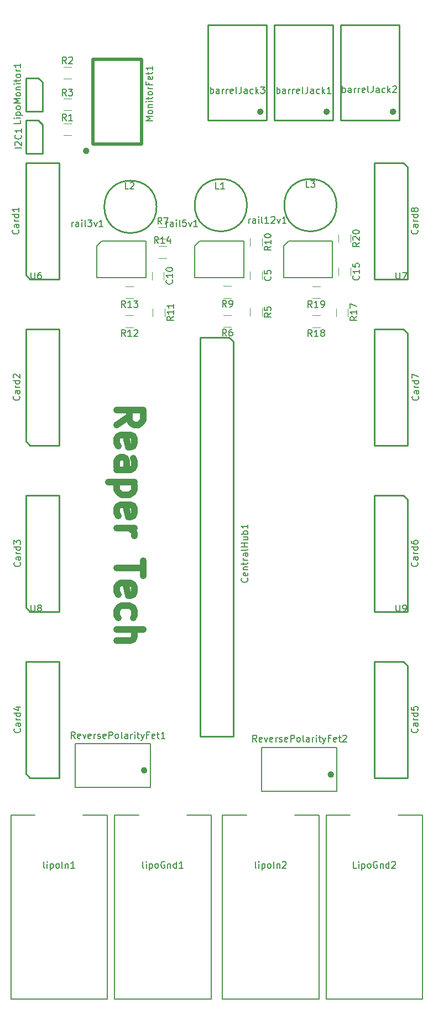
<source format=gto>
G04 #@! TF.GenerationSoftware,KiCad,Pcbnew,(5.0.2)-1*
G04 #@! TF.CreationDate,2019-01-24T17:57:41-05:00*
G04 #@! TF.ProjectId,modular_backplane,6d6f6475-6c61-4725-9f62-61636b706c61,rev?*
G04 #@! TF.SameCoordinates,Original*
G04 #@! TF.FileFunction,Legend,Top*
G04 #@! TF.FilePolarity,Positive*
%FSLAX46Y46*%
G04 Gerber Fmt 4.6, Leading zero omitted, Abs format (unit mm)*
G04 Created by KiCad (PCBNEW (5.0.2)-1) date 1/24/2019 5:57:41 PM*
%MOMM*%
%LPD*%
G01*
G04 APERTURE LIST*
%ADD10C,1.000000*%
%ADD11C,0.500000*%
%ADD12C,0.250000*%
%ADD13C,0.150000*%
%ADD14C,0.120000*%
G04 APERTURE END LIST*
D10*
X16478476Y-56548666D02*
X18383238Y-55215333D01*
X16478476Y-54262952D02*
X20478476Y-54262952D01*
X20478476Y-55786761D01*
X20288000Y-56167714D01*
X20097523Y-56358190D01*
X19716571Y-56548666D01*
X19145142Y-56548666D01*
X18764190Y-56358190D01*
X18573714Y-56167714D01*
X18383238Y-55786761D01*
X18383238Y-54262952D01*
X16668952Y-59786761D02*
X16478476Y-59405809D01*
X16478476Y-58643904D01*
X16668952Y-58262952D01*
X17049904Y-58072476D01*
X18573714Y-58072476D01*
X18954666Y-58262952D01*
X19145142Y-58643904D01*
X19145142Y-59405809D01*
X18954666Y-59786761D01*
X18573714Y-59977238D01*
X18192761Y-59977238D01*
X17811809Y-58072476D01*
X16478476Y-63405809D02*
X18573714Y-63405809D01*
X18954666Y-63215333D01*
X19145142Y-62834380D01*
X19145142Y-62072476D01*
X18954666Y-61691523D01*
X16668952Y-63405809D02*
X16478476Y-63024857D01*
X16478476Y-62072476D01*
X16668952Y-61691523D01*
X17049904Y-61501047D01*
X17430857Y-61501047D01*
X17811809Y-61691523D01*
X18002285Y-62072476D01*
X18002285Y-63024857D01*
X18192761Y-63405809D01*
X19145142Y-65310571D02*
X15145142Y-65310571D01*
X18954666Y-65310571D02*
X19145142Y-65691523D01*
X19145142Y-66453428D01*
X18954666Y-66834380D01*
X18764190Y-67024857D01*
X18383238Y-67215333D01*
X17240380Y-67215333D01*
X16859428Y-67024857D01*
X16668952Y-66834380D01*
X16478476Y-66453428D01*
X16478476Y-65691523D01*
X16668952Y-65310571D01*
X16668952Y-70453428D02*
X16478476Y-70072476D01*
X16478476Y-69310571D01*
X16668952Y-68929619D01*
X17049904Y-68739142D01*
X18573714Y-68739142D01*
X18954666Y-68929619D01*
X19145142Y-69310571D01*
X19145142Y-70072476D01*
X18954666Y-70453428D01*
X18573714Y-70643904D01*
X18192761Y-70643904D01*
X17811809Y-68739142D01*
X16478476Y-72358190D02*
X19145142Y-72358190D01*
X18383238Y-72358190D02*
X18764190Y-72548666D01*
X18954666Y-72739142D01*
X19145142Y-73120095D01*
X19145142Y-73501047D01*
X20478476Y-77310571D02*
X20478476Y-79596285D01*
X16478476Y-78453428D02*
X20478476Y-78453428D01*
X16668952Y-82453428D02*
X16478476Y-82072476D01*
X16478476Y-81310571D01*
X16668952Y-80929619D01*
X17049904Y-80739142D01*
X18573714Y-80739142D01*
X18954666Y-80929619D01*
X19145142Y-81310571D01*
X19145142Y-82072476D01*
X18954666Y-82453428D01*
X18573714Y-82643904D01*
X18192761Y-82643904D01*
X17811809Y-80739142D01*
X16668952Y-86072476D02*
X16478476Y-85691523D01*
X16478476Y-84929619D01*
X16668952Y-84548666D01*
X16859428Y-84358190D01*
X17240380Y-84167714D01*
X18383238Y-84167714D01*
X18764190Y-84358190D01*
X18954666Y-84548666D01*
X19145142Y-84929619D01*
X19145142Y-85691523D01*
X18954666Y-86072476D01*
X16478476Y-87786761D02*
X20478476Y-87786761D01*
X16478476Y-89501047D02*
X18573714Y-89501047D01*
X18954666Y-89310571D01*
X19145142Y-88929619D01*
X19145142Y-88358190D01*
X18954666Y-87977238D01*
X18764190Y-87786761D01*
D11*
G04 #@! TO.C,barrelJack1*
X48835000Y-8715000D02*
G75*
G03X48835000Y-8715000I-250000J0D01*
G01*
D12*
X49565000Y4515000D02*
X40565000Y4515000D01*
X49565000Y-9985000D02*
X40565000Y-9985000D01*
X40565000Y-9985000D02*
X40565000Y4515000D01*
X49565000Y-9985000D02*
X49565000Y4515000D01*
D13*
G04 #@! TO.C,rail12v1*
X41970000Y-34048000D02*
X41970000Y-29236000D01*
X49470000Y-34048000D02*
X41970000Y-34048000D01*
X49470000Y-28436000D02*
X49470000Y-34048000D01*
X42770000Y-28436000D02*
X49470000Y-28436000D01*
X41970000Y-29236000D02*
X42770000Y-28436000D01*
D12*
G04 #@! TO.C,L1*
X36385000Y-22987000D02*
G75*
G03X36385000Y-22987000I-4000000J0D01*
G01*
G04 #@! TO.C,L2*
X22542000Y-23241000D02*
G75*
G03X22542000Y-23241000I-4000000J0D01*
G01*
D11*
G04 #@! TO.C,barrelJack2*
X58995000Y-8715000D02*
G75*
G03X58995000Y-8715000I-250000J0D01*
G01*
D12*
X59725000Y4515000D02*
X50725000Y4515000D01*
X59725000Y-9985000D02*
X50725000Y-9985000D01*
X50725000Y-9985000D02*
X50725000Y4515000D01*
X59725000Y-9985000D02*
X59725000Y4515000D01*
D11*
G04 #@! TO.C,barrelJack3*
X38675000Y-8715000D02*
G75*
G03X38675000Y-8715000I-250000J0D01*
G01*
D12*
X39405000Y4515000D02*
X30405000Y4515000D01*
X39405000Y-9985000D02*
X30405000Y-9985000D01*
X30405000Y-9985000D02*
X30405000Y4515000D01*
X39405000Y-9985000D02*
X39405000Y4515000D01*
D14*
G04 #@! TO.C,C5*
X36872500Y-33116436D02*
X36872500Y-34320564D01*
X38692500Y-33116436D02*
X38692500Y-34320564D01*
G04 #@! TO.C,C10*
X21823000Y-33179936D02*
X21823000Y-34384064D01*
X23643000Y-33179936D02*
X23643000Y-34384064D01*
D13*
G04 #@! TO.C,lipoGnd1*
X16105000Y-144305000D02*
X16105000Y-116205000D01*
X30885000Y-144305000D02*
X16105000Y-144305000D01*
X30885000Y-116205000D02*
X30885000Y-144305000D01*
X16105000Y-116205000D02*
X19800000Y-116205000D01*
X30885000Y-116205000D02*
X27190000Y-116205000D01*
G04 #@! TO.C,LipoGnd2*
X48490000Y-144305000D02*
X48490000Y-116205000D01*
X63270000Y-144305000D02*
X48490000Y-144305000D01*
X63270000Y-116205000D02*
X63270000Y-144305000D01*
X48490000Y-116205000D02*
X52185000Y-116205000D01*
X63270000Y-116205000D02*
X59575000Y-116205000D01*
G04 #@! TO.C,lipoIn1*
X230000Y-144305000D02*
X230000Y-116205000D01*
X15010000Y-144305000D02*
X230000Y-144305000D01*
X15010000Y-116205000D02*
X15010000Y-144305000D01*
X230000Y-116205000D02*
X3925000Y-116205000D01*
X15010000Y-116205000D02*
X11315000Y-116205000D01*
G04 #@! TO.C,lipoIn2*
X32615000Y-144305000D02*
X32615000Y-116205000D01*
X47395000Y-144305000D02*
X32615000Y-144305000D01*
X47395000Y-116205000D02*
X47395000Y-144305000D01*
X32615000Y-116205000D02*
X36310000Y-116205000D01*
X47395000Y-116205000D02*
X43700000Y-116205000D01*
D14*
G04 #@! TO.C,R1*
X8287936Y-12340000D02*
X9492064Y-12340000D01*
X8287936Y-10520000D02*
X9492064Y-10520000D01*
G04 #@! TO.C,R2*
X9492064Y-1884000D02*
X8287936Y-1884000D01*
X9492064Y-3704000D02*
X8287936Y-3704000D01*
G04 #@! TO.C,R3*
X8287936Y-8530000D02*
X9492064Y-8530000D01*
X8287936Y-6710000D02*
X9492064Y-6710000D01*
G04 #@! TO.C,R5*
X36872500Y-38704436D02*
X36872500Y-39908564D01*
X38692500Y-38704436D02*
X38692500Y-39908564D01*
G04 #@! TO.C,R6*
X34003064Y-39793500D02*
X32798936Y-39793500D01*
X34003064Y-41613500D02*
X32798936Y-41613500D01*
G04 #@! TO.C,R9*
X34003064Y-35348500D02*
X32798936Y-35348500D01*
X34003064Y-37168500D02*
X32798936Y-37168500D01*
G04 #@! TO.C,R10*
X36872500Y-28036436D02*
X36872500Y-29240564D01*
X38692500Y-28036436D02*
X38692500Y-29240564D01*
G04 #@! TO.C,R11*
X21950000Y-38767936D02*
X21950000Y-39972064D01*
X23770000Y-38767936D02*
X23770000Y-39972064D01*
G04 #@! TO.C,R12*
X19017064Y-39857000D02*
X17812936Y-39857000D01*
X19017064Y-41677000D02*
X17812936Y-41677000D01*
G04 #@! TO.C,R13*
X19017064Y-35412000D02*
X17812936Y-35412000D01*
X19017064Y-37232000D02*
X17812936Y-37232000D01*
G04 #@! TO.C,R14*
X22865936Y-31072500D02*
X24070064Y-31072500D01*
X22865936Y-29252500D02*
X24070064Y-29252500D01*
D13*
G04 #@! TO.C,rail3v1*
X13395000Y-34048000D02*
X13395000Y-29236000D01*
X20895000Y-34048000D02*
X13395000Y-34048000D01*
X20895000Y-28436000D02*
X20895000Y-34048000D01*
X14195000Y-28436000D02*
X20895000Y-28436000D01*
X13395000Y-29236000D02*
X14195000Y-28436000D01*
G04 #@! TO.C,rail5v1*
X28381000Y-34048000D02*
X28381000Y-29236000D01*
X35881000Y-34048000D02*
X28381000Y-34048000D01*
X35881000Y-28436000D02*
X35881000Y-34048000D01*
X29181000Y-28436000D02*
X35881000Y-28436000D01*
X28381000Y-29236000D02*
X29181000Y-28436000D01*
D11*
G04 #@! TO.C,ReversePolarityFet1*
X20895000Y-109345000D02*
G75*
G03X20895000Y-109345000I-250000J0D01*
G01*
D13*
X21585000Y-111935000D02*
X21335000Y-111935000D01*
X21585000Y-105235000D02*
X21335000Y-105235000D01*
X21585000Y-111935000D02*
X21585000Y-105235000D01*
X10085000Y-105235000D02*
X10335000Y-105235000D01*
X10085000Y-111935000D02*
X21335000Y-111935000D01*
X10085000Y-108585000D02*
X10085000Y-111935000D01*
X10085000Y-105235000D02*
X10085000Y-108585000D01*
X10335000Y-105235000D02*
X21335000Y-105235000D01*
D11*
G04 #@! TO.C,ReversePolarityFet2*
X49470000Y-109980000D02*
G75*
G03X49470000Y-109980000I-250000J0D01*
G01*
D13*
X50160000Y-112570000D02*
X49910000Y-112570000D01*
X50160000Y-105870000D02*
X49910000Y-105870000D01*
X50160000Y-112570000D02*
X50160000Y-105870000D01*
X38660000Y-105870000D02*
X38910000Y-105870000D01*
X38660000Y-112570000D02*
X49910000Y-112570000D01*
X38660000Y-109220000D02*
X38660000Y-112570000D01*
X38660000Y-105870000D02*
X38660000Y-109220000D01*
X38910000Y-105870000D02*
X49910000Y-105870000D01*
D11*
G04 #@! TO.C,MonitorFet1*
X12010000Y-14695000D02*
G75*
G03X12010000Y-14695000I-250000J0D01*
G01*
X20260000Y-13695000D02*
X20260000Y-695000D01*
X12760000Y-13695000D02*
X20260000Y-13695000D01*
X12760000Y-695000D02*
X12760000Y-13695000D01*
X20260000Y-695000D02*
X12760000Y-695000D01*
D12*
G04 #@! TO.C,I2C1*
X5080000Y-10668000D02*
X4445000Y-10033000D01*
X5080000Y-15113000D02*
X5080000Y-10668000D01*
X2540000Y-10033000D02*
X4445000Y-10033000D01*
X2540000Y-15113000D02*
X2540000Y-10033000D01*
X5080000Y-15113000D02*
X2540000Y-15113000D01*
G04 #@! TO.C,Card1*
X7620000Y-16510000D02*
X2540000Y-16510000D01*
X7620000Y-34290000D02*
X7620000Y-16510000D01*
X3175000Y-34290000D02*
X7620000Y-34290000D01*
X2540000Y-33655000D02*
X3175000Y-34290000D01*
X2540000Y-16510000D02*
X2540000Y-33655000D01*
G04 #@! TO.C,Card2*
X7620000Y-41910000D02*
X2540000Y-41910000D01*
X7620000Y-59690000D02*
X7620000Y-41910000D01*
X3175000Y-59690000D02*
X7620000Y-59690000D01*
X2540000Y-59055000D02*
X3175000Y-59690000D01*
X2540000Y-41910000D02*
X2540000Y-59055000D01*
G04 #@! TO.C,Card3*
X7620000Y-67310000D02*
X2540000Y-67310000D01*
X7620000Y-85090000D02*
X7620000Y-67310000D01*
X3175000Y-85090000D02*
X7620000Y-85090000D01*
X2540000Y-84455000D02*
X3175000Y-85090000D01*
X2540000Y-67310000D02*
X2540000Y-84455000D01*
G04 #@! TO.C,Card4*
X7620000Y-92710000D02*
X2540000Y-92710000D01*
X7620000Y-110490000D02*
X7620000Y-92710000D01*
X3175000Y-110490000D02*
X7620000Y-110490000D01*
X2540000Y-109855000D02*
X3175000Y-110490000D01*
X2540000Y-92710000D02*
X2540000Y-109855000D01*
G04 #@! TO.C,Card8*
X55880000Y-34290000D02*
X60960000Y-34290000D01*
X55880000Y-16510000D02*
X55880000Y-34290000D01*
X60325000Y-16510000D02*
X55880000Y-16510000D01*
X60960000Y-17145000D02*
X60325000Y-16510000D01*
X60960000Y-34290000D02*
X60960000Y-17145000D01*
G04 #@! TO.C,Card7*
X55880000Y-59690000D02*
X60960000Y-59690000D01*
X55880000Y-41910000D02*
X55880000Y-59690000D01*
X60325000Y-41910000D02*
X55880000Y-41910000D01*
X60960000Y-42545000D02*
X60325000Y-41910000D01*
X60960000Y-59690000D02*
X60960000Y-42545000D01*
G04 #@! TO.C,Card6*
X55880000Y-85090000D02*
X60960000Y-85090000D01*
X55880000Y-67310000D02*
X55880000Y-85090000D01*
X60325000Y-67310000D02*
X55880000Y-67310000D01*
X60960000Y-67945000D02*
X60325000Y-67310000D01*
X60960000Y-85090000D02*
X60960000Y-67945000D01*
G04 #@! TO.C,Card5*
X55880000Y-110490000D02*
X60960000Y-110490000D01*
X55880000Y-92710000D02*
X55880000Y-110490000D01*
X60325000Y-92710000D02*
X55880000Y-92710000D01*
X60960000Y-93345000D02*
X60325000Y-92710000D01*
X60960000Y-110490000D02*
X60960000Y-93345000D01*
D14*
G04 #@! TO.C,C15*
X50398000Y-32544936D02*
X50398000Y-33749064D01*
X52218000Y-32544936D02*
X52218000Y-33749064D01*
G04 #@! TO.C,R17*
X50017000Y-38767936D02*
X50017000Y-39972064D01*
X51837000Y-38767936D02*
X51837000Y-39972064D01*
G04 #@! TO.C,R18*
X47592064Y-39857000D02*
X46387936Y-39857000D01*
X47592064Y-41677000D02*
X46387936Y-41677000D01*
G04 #@! TO.C,R19*
X47592064Y-35412000D02*
X46387936Y-35412000D01*
X47592064Y-37232000D02*
X46387936Y-37232000D01*
G04 #@! TO.C,R20*
X50398000Y-27464936D02*
X50398000Y-28669064D01*
X52218000Y-27464936D02*
X52218000Y-28669064D01*
D12*
G04 #@! TO.C,L3*
X50101000Y-22987000D02*
G75*
G03X50101000Y-22987000I-4000000J0D01*
G01*
G04 #@! TO.C,CentralHub1*
X34290000Y-60960000D02*
X34290000Y-43815000D01*
X29210000Y-43180000D02*
X29210000Y-60960000D01*
X34290000Y-43815000D02*
X33655000Y-43180000D01*
X33655000Y-43180000D02*
X29210000Y-43180000D01*
X29210000Y-61595000D02*
X29210000Y-104140000D01*
X29210000Y-104140000D02*
X34290000Y-104140000D01*
X34290000Y-104140000D02*
X34290000Y-60960000D01*
X29210000Y-60960000D02*
X29210000Y-62230000D01*
G04 #@! TO.C,LipoMonitor1*
X5080000Y-8636000D02*
X2540000Y-8636000D01*
X2540000Y-8636000D02*
X2540000Y-3556000D01*
X2540000Y-3556000D02*
X4445000Y-3556000D01*
X5080000Y-8636000D02*
X5080000Y-4191000D01*
X5080000Y-4191000D02*
X4445000Y-3556000D01*
D14*
G04 #@! TO.C,R7*
X22892936Y-28151500D02*
X24097064Y-28151500D01*
X22892936Y-26331500D02*
X24097064Y-26331500D01*
G04 #@! TO.C,barrelJack1*
D13*
X40965952Y-5913380D02*
X40965952Y-4913380D01*
X40965952Y-5294333D02*
X41061190Y-5246714D01*
X41251666Y-5246714D01*
X41346904Y-5294333D01*
X41394523Y-5341952D01*
X41442142Y-5437190D01*
X41442142Y-5722904D01*
X41394523Y-5818142D01*
X41346904Y-5865761D01*
X41251666Y-5913380D01*
X41061190Y-5913380D01*
X40965952Y-5865761D01*
X42299285Y-5913380D02*
X42299285Y-5389571D01*
X42251666Y-5294333D01*
X42156428Y-5246714D01*
X41965952Y-5246714D01*
X41870714Y-5294333D01*
X42299285Y-5865761D02*
X42204047Y-5913380D01*
X41965952Y-5913380D01*
X41870714Y-5865761D01*
X41823095Y-5770523D01*
X41823095Y-5675285D01*
X41870714Y-5580047D01*
X41965952Y-5532428D01*
X42204047Y-5532428D01*
X42299285Y-5484809D01*
X42775476Y-5913380D02*
X42775476Y-5246714D01*
X42775476Y-5437190D02*
X42823095Y-5341952D01*
X42870714Y-5294333D01*
X42965952Y-5246714D01*
X43061190Y-5246714D01*
X43394523Y-5913380D02*
X43394523Y-5246714D01*
X43394523Y-5437190D02*
X43442142Y-5341952D01*
X43489761Y-5294333D01*
X43585000Y-5246714D01*
X43680238Y-5246714D01*
X44394523Y-5865761D02*
X44299285Y-5913380D01*
X44108809Y-5913380D01*
X44013571Y-5865761D01*
X43965952Y-5770523D01*
X43965952Y-5389571D01*
X44013571Y-5294333D01*
X44108809Y-5246714D01*
X44299285Y-5246714D01*
X44394523Y-5294333D01*
X44442142Y-5389571D01*
X44442142Y-5484809D01*
X43965952Y-5580047D01*
X45013571Y-5913380D02*
X44918333Y-5865761D01*
X44870714Y-5770523D01*
X44870714Y-4913380D01*
X45680238Y-4913380D02*
X45680238Y-5627666D01*
X45632619Y-5770523D01*
X45537380Y-5865761D01*
X45394523Y-5913380D01*
X45299285Y-5913380D01*
X46585000Y-5913380D02*
X46585000Y-5389571D01*
X46537380Y-5294333D01*
X46442142Y-5246714D01*
X46251666Y-5246714D01*
X46156428Y-5294333D01*
X46585000Y-5865761D02*
X46489761Y-5913380D01*
X46251666Y-5913380D01*
X46156428Y-5865761D01*
X46108809Y-5770523D01*
X46108809Y-5675285D01*
X46156428Y-5580047D01*
X46251666Y-5532428D01*
X46489761Y-5532428D01*
X46585000Y-5484809D01*
X47489761Y-5865761D02*
X47394523Y-5913380D01*
X47204047Y-5913380D01*
X47108809Y-5865761D01*
X47061190Y-5818142D01*
X47013571Y-5722904D01*
X47013571Y-5437190D01*
X47061190Y-5341952D01*
X47108809Y-5294333D01*
X47204047Y-5246714D01*
X47394523Y-5246714D01*
X47489761Y-5294333D01*
X47918333Y-5913380D02*
X47918333Y-4913380D01*
X48013571Y-5532428D02*
X48299285Y-5913380D01*
X48299285Y-5246714D02*
X47918333Y-5627666D01*
X49251666Y-5913380D02*
X48680238Y-5913380D01*
X48965952Y-5913380D02*
X48965952Y-4913380D01*
X48870714Y-5056238D01*
X48775476Y-5151476D01*
X48680238Y-5199095D01*
G04 #@! TO.C,rail12v1*
X36663666Y-25725380D02*
X36663666Y-25058714D01*
X36663666Y-25249190D02*
X36711285Y-25153952D01*
X36758904Y-25106333D01*
X36854142Y-25058714D01*
X36949380Y-25058714D01*
X37711285Y-25725380D02*
X37711285Y-25201571D01*
X37663666Y-25106333D01*
X37568428Y-25058714D01*
X37377952Y-25058714D01*
X37282714Y-25106333D01*
X37711285Y-25677761D02*
X37616047Y-25725380D01*
X37377952Y-25725380D01*
X37282714Y-25677761D01*
X37235095Y-25582523D01*
X37235095Y-25487285D01*
X37282714Y-25392047D01*
X37377952Y-25344428D01*
X37616047Y-25344428D01*
X37711285Y-25296809D01*
X38187476Y-25725380D02*
X38187476Y-25058714D01*
X38187476Y-24725380D02*
X38139857Y-24773000D01*
X38187476Y-24820619D01*
X38235095Y-24773000D01*
X38187476Y-24725380D01*
X38187476Y-24820619D01*
X38806523Y-25725380D02*
X38711285Y-25677761D01*
X38663666Y-25582523D01*
X38663666Y-24725380D01*
X39711285Y-25725380D02*
X39139857Y-25725380D01*
X39425571Y-25725380D02*
X39425571Y-24725380D01*
X39330333Y-24868238D01*
X39235095Y-24963476D01*
X39139857Y-25011095D01*
X40092238Y-24820619D02*
X40139857Y-24773000D01*
X40235095Y-24725380D01*
X40473190Y-24725380D01*
X40568428Y-24773000D01*
X40616047Y-24820619D01*
X40663666Y-24915857D01*
X40663666Y-25011095D01*
X40616047Y-25153952D01*
X40044619Y-25725380D01*
X40663666Y-25725380D01*
X40997000Y-25058714D02*
X41235095Y-25725380D01*
X41473190Y-25058714D01*
X42377952Y-25725380D02*
X41806523Y-25725380D01*
X42092238Y-25725380D02*
X42092238Y-24725380D01*
X41997000Y-24868238D01*
X41901761Y-24963476D01*
X41806523Y-25011095D01*
G04 #@! TO.C,L1*
X32091333Y-20518380D02*
X31615142Y-20518380D01*
X31615142Y-19518380D01*
X32948476Y-20518380D02*
X32377047Y-20518380D01*
X32662761Y-20518380D02*
X32662761Y-19518380D01*
X32567523Y-19661238D01*
X32472285Y-19756476D01*
X32377047Y-19804095D01*
G04 #@! TO.C,L2*
X18248333Y-20518380D02*
X17772142Y-20518380D01*
X17772142Y-19518380D01*
X18534047Y-19613619D02*
X18581666Y-19566000D01*
X18676904Y-19518380D01*
X18915000Y-19518380D01*
X19010238Y-19566000D01*
X19057857Y-19613619D01*
X19105476Y-19708857D01*
X19105476Y-19804095D01*
X19057857Y-19946952D01*
X18486428Y-20518380D01*
X19105476Y-20518380D01*
G04 #@! TO.C,barrelJack2*
X50998952Y-5786380D02*
X50998952Y-4786380D01*
X50998952Y-5167333D02*
X51094190Y-5119714D01*
X51284666Y-5119714D01*
X51379904Y-5167333D01*
X51427523Y-5214952D01*
X51475142Y-5310190D01*
X51475142Y-5595904D01*
X51427523Y-5691142D01*
X51379904Y-5738761D01*
X51284666Y-5786380D01*
X51094190Y-5786380D01*
X50998952Y-5738761D01*
X52332285Y-5786380D02*
X52332285Y-5262571D01*
X52284666Y-5167333D01*
X52189428Y-5119714D01*
X51998952Y-5119714D01*
X51903714Y-5167333D01*
X52332285Y-5738761D02*
X52237047Y-5786380D01*
X51998952Y-5786380D01*
X51903714Y-5738761D01*
X51856095Y-5643523D01*
X51856095Y-5548285D01*
X51903714Y-5453047D01*
X51998952Y-5405428D01*
X52237047Y-5405428D01*
X52332285Y-5357809D01*
X52808476Y-5786380D02*
X52808476Y-5119714D01*
X52808476Y-5310190D02*
X52856095Y-5214952D01*
X52903714Y-5167333D01*
X52998952Y-5119714D01*
X53094190Y-5119714D01*
X53427523Y-5786380D02*
X53427523Y-5119714D01*
X53427523Y-5310190D02*
X53475142Y-5214952D01*
X53522761Y-5167333D01*
X53618000Y-5119714D01*
X53713238Y-5119714D01*
X54427523Y-5738761D02*
X54332285Y-5786380D01*
X54141809Y-5786380D01*
X54046571Y-5738761D01*
X53998952Y-5643523D01*
X53998952Y-5262571D01*
X54046571Y-5167333D01*
X54141809Y-5119714D01*
X54332285Y-5119714D01*
X54427523Y-5167333D01*
X54475142Y-5262571D01*
X54475142Y-5357809D01*
X53998952Y-5453047D01*
X55046571Y-5786380D02*
X54951333Y-5738761D01*
X54903714Y-5643523D01*
X54903714Y-4786380D01*
X55713238Y-4786380D02*
X55713238Y-5500666D01*
X55665619Y-5643523D01*
X55570380Y-5738761D01*
X55427523Y-5786380D01*
X55332285Y-5786380D01*
X56618000Y-5786380D02*
X56618000Y-5262571D01*
X56570380Y-5167333D01*
X56475142Y-5119714D01*
X56284666Y-5119714D01*
X56189428Y-5167333D01*
X56618000Y-5738761D02*
X56522761Y-5786380D01*
X56284666Y-5786380D01*
X56189428Y-5738761D01*
X56141809Y-5643523D01*
X56141809Y-5548285D01*
X56189428Y-5453047D01*
X56284666Y-5405428D01*
X56522761Y-5405428D01*
X56618000Y-5357809D01*
X57522761Y-5738761D02*
X57427523Y-5786380D01*
X57237047Y-5786380D01*
X57141809Y-5738761D01*
X57094190Y-5691142D01*
X57046571Y-5595904D01*
X57046571Y-5310190D01*
X57094190Y-5214952D01*
X57141809Y-5167333D01*
X57237047Y-5119714D01*
X57427523Y-5119714D01*
X57522761Y-5167333D01*
X57951333Y-5786380D02*
X57951333Y-4786380D01*
X58046571Y-5405428D02*
X58332285Y-5786380D01*
X58332285Y-5119714D02*
X57951333Y-5500666D01*
X58713238Y-4881619D02*
X58760857Y-4834000D01*
X58856095Y-4786380D01*
X59094190Y-4786380D01*
X59189428Y-4834000D01*
X59237047Y-4881619D01*
X59284666Y-4976857D01*
X59284666Y-5072095D01*
X59237047Y-5214952D01*
X58665619Y-5786380D01*
X59284666Y-5786380D01*
G04 #@! TO.C,barrelJack3*
X30805952Y-5913380D02*
X30805952Y-4913380D01*
X30805952Y-5294333D02*
X30901190Y-5246714D01*
X31091666Y-5246714D01*
X31186904Y-5294333D01*
X31234523Y-5341952D01*
X31282142Y-5437190D01*
X31282142Y-5722904D01*
X31234523Y-5818142D01*
X31186904Y-5865761D01*
X31091666Y-5913380D01*
X30901190Y-5913380D01*
X30805952Y-5865761D01*
X32139285Y-5913380D02*
X32139285Y-5389571D01*
X32091666Y-5294333D01*
X31996428Y-5246714D01*
X31805952Y-5246714D01*
X31710714Y-5294333D01*
X32139285Y-5865761D02*
X32044047Y-5913380D01*
X31805952Y-5913380D01*
X31710714Y-5865761D01*
X31663095Y-5770523D01*
X31663095Y-5675285D01*
X31710714Y-5580047D01*
X31805952Y-5532428D01*
X32044047Y-5532428D01*
X32139285Y-5484809D01*
X32615476Y-5913380D02*
X32615476Y-5246714D01*
X32615476Y-5437190D02*
X32663095Y-5341952D01*
X32710714Y-5294333D01*
X32805952Y-5246714D01*
X32901190Y-5246714D01*
X33234523Y-5913380D02*
X33234523Y-5246714D01*
X33234523Y-5437190D02*
X33282142Y-5341952D01*
X33329761Y-5294333D01*
X33425000Y-5246714D01*
X33520238Y-5246714D01*
X34234523Y-5865761D02*
X34139285Y-5913380D01*
X33948809Y-5913380D01*
X33853571Y-5865761D01*
X33805952Y-5770523D01*
X33805952Y-5389571D01*
X33853571Y-5294333D01*
X33948809Y-5246714D01*
X34139285Y-5246714D01*
X34234523Y-5294333D01*
X34282142Y-5389571D01*
X34282142Y-5484809D01*
X33805952Y-5580047D01*
X34853571Y-5913380D02*
X34758333Y-5865761D01*
X34710714Y-5770523D01*
X34710714Y-4913380D01*
X35520238Y-4913380D02*
X35520238Y-5627666D01*
X35472619Y-5770523D01*
X35377380Y-5865761D01*
X35234523Y-5913380D01*
X35139285Y-5913380D01*
X36425000Y-5913380D02*
X36425000Y-5389571D01*
X36377380Y-5294333D01*
X36282142Y-5246714D01*
X36091666Y-5246714D01*
X35996428Y-5294333D01*
X36425000Y-5865761D02*
X36329761Y-5913380D01*
X36091666Y-5913380D01*
X35996428Y-5865761D01*
X35948809Y-5770523D01*
X35948809Y-5675285D01*
X35996428Y-5580047D01*
X36091666Y-5532428D01*
X36329761Y-5532428D01*
X36425000Y-5484809D01*
X37329761Y-5865761D02*
X37234523Y-5913380D01*
X37044047Y-5913380D01*
X36948809Y-5865761D01*
X36901190Y-5818142D01*
X36853571Y-5722904D01*
X36853571Y-5437190D01*
X36901190Y-5341952D01*
X36948809Y-5294333D01*
X37044047Y-5246714D01*
X37234523Y-5246714D01*
X37329761Y-5294333D01*
X37758333Y-5913380D02*
X37758333Y-4913380D01*
X37853571Y-5532428D02*
X38139285Y-5913380D01*
X38139285Y-5246714D02*
X37758333Y-5627666D01*
X38472619Y-4913380D02*
X39091666Y-4913380D01*
X38758333Y-5294333D01*
X38901190Y-5294333D01*
X38996428Y-5341952D01*
X39044047Y-5389571D01*
X39091666Y-5484809D01*
X39091666Y-5722904D01*
X39044047Y-5818142D01*
X38996428Y-5865761D01*
X38901190Y-5913380D01*
X38615476Y-5913380D01*
X38520238Y-5865761D01*
X38472619Y-5818142D01*
G04 #@! TO.C,C5*
X39959642Y-33885166D02*
X40007261Y-33932785D01*
X40054880Y-34075642D01*
X40054880Y-34170880D01*
X40007261Y-34313738D01*
X39912023Y-34408976D01*
X39816785Y-34456595D01*
X39626309Y-34504214D01*
X39483452Y-34504214D01*
X39292976Y-34456595D01*
X39197738Y-34408976D01*
X39102500Y-34313738D01*
X39054880Y-34170880D01*
X39054880Y-34075642D01*
X39102500Y-33932785D01*
X39150119Y-33885166D01*
X39054880Y-32980404D02*
X39054880Y-33456595D01*
X39531071Y-33504214D01*
X39483452Y-33456595D01*
X39435833Y-33361357D01*
X39435833Y-33123261D01*
X39483452Y-33028023D01*
X39531071Y-32980404D01*
X39626309Y-32932785D01*
X39864404Y-32932785D01*
X39959642Y-32980404D01*
X40007261Y-33028023D01*
X40054880Y-33123261D01*
X40054880Y-33361357D01*
X40007261Y-33456595D01*
X39959642Y-33504214D01*
G04 #@! TO.C,C10*
X24910142Y-34424857D02*
X24957761Y-34472476D01*
X25005380Y-34615333D01*
X25005380Y-34710571D01*
X24957761Y-34853428D01*
X24862523Y-34948666D01*
X24767285Y-34996285D01*
X24576809Y-35043904D01*
X24433952Y-35043904D01*
X24243476Y-34996285D01*
X24148238Y-34948666D01*
X24053000Y-34853428D01*
X24005380Y-34710571D01*
X24005380Y-34615333D01*
X24053000Y-34472476D01*
X24100619Y-34424857D01*
X25005380Y-33472476D02*
X25005380Y-34043904D01*
X25005380Y-33758190D02*
X24005380Y-33758190D01*
X24148238Y-33853428D01*
X24243476Y-33948666D01*
X24291095Y-34043904D01*
X24005380Y-32853428D02*
X24005380Y-32758190D01*
X24053000Y-32662952D01*
X24100619Y-32615333D01*
X24195857Y-32567714D01*
X24386333Y-32520095D01*
X24624428Y-32520095D01*
X24814904Y-32567714D01*
X24910142Y-32615333D01*
X24957761Y-32662952D01*
X25005380Y-32758190D01*
X25005380Y-32853428D01*
X24957761Y-32948666D01*
X24910142Y-32996285D01*
X24814904Y-33043904D01*
X24624428Y-33091523D01*
X24386333Y-33091523D01*
X24195857Y-33043904D01*
X24100619Y-32996285D01*
X24053000Y-32948666D01*
X24005380Y-32853428D01*
G04 #@! TO.C,lipoGnd1*
X20590238Y-124277380D02*
X20495000Y-124229761D01*
X20447380Y-124134523D01*
X20447380Y-123277380D01*
X20971190Y-124277380D02*
X20971190Y-123610714D01*
X20971190Y-123277380D02*
X20923571Y-123325000D01*
X20971190Y-123372619D01*
X21018809Y-123325000D01*
X20971190Y-123277380D01*
X20971190Y-123372619D01*
X21447380Y-123610714D02*
X21447380Y-124610714D01*
X21447380Y-123658333D02*
X21542619Y-123610714D01*
X21733095Y-123610714D01*
X21828333Y-123658333D01*
X21875952Y-123705952D01*
X21923571Y-123801190D01*
X21923571Y-124086904D01*
X21875952Y-124182142D01*
X21828333Y-124229761D01*
X21733095Y-124277380D01*
X21542619Y-124277380D01*
X21447380Y-124229761D01*
X22495000Y-124277380D02*
X22399761Y-124229761D01*
X22352142Y-124182142D01*
X22304523Y-124086904D01*
X22304523Y-123801190D01*
X22352142Y-123705952D01*
X22399761Y-123658333D01*
X22495000Y-123610714D01*
X22637857Y-123610714D01*
X22733095Y-123658333D01*
X22780714Y-123705952D01*
X22828333Y-123801190D01*
X22828333Y-124086904D01*
X22780714Y-124182142D01*
X22733095Y-124229761D01*
X22637857Y-124277380D01*
X22495000Y-124277380D01*
X23780714Y-123325000D02*
X23685476Y-123277380D01*
X23542619Y-123277380D01*
X23399761Y-123325000D01*
X23304523Y-123420238D01*
X23256904Y-123515476D01*
X23209285Y-123705952D01*
X23209285Y-123848809D01*
X23256904Y-124039285D01*
X23304523Y-124134523D01*
X23399761Y-124229761D01*
X23542619Y-124277380D01*
X23637857Y-124277380D01*
X23780714Y-124229761D01*
X23828333Y-124182142D01*
X23828333Y-123848809D01*
X23637857Y-123848809D01*
X24256904Y-123610714D02*
X24256904Y-124277380D01*
X24256904Y-123705952D02*
X24304523Y-123658333D01*
X24399761Y-123610714D01*
X24542619Y-123610714D01*
X24637857Y-123658333D01*
X24685476Y-123753571D01*
X24685476Y-124277380D01*
X25590238Y-124277380D02*
X25590238Y-123277380D01*
X25590238Y-124229761D02*
X25495000Y-124277380D01*
X25304523Y-124277380D01*
X25209285Y-124229761D01*
X25161666Y-124182142D01*
X25114047Y-124086904D01*
X25114047Y-123801190D01*
X25161666Y-123705952D01*
X25209285Y-123658333D01*
X25304523Y-123610714D01*
X25495000Y-123610714D01*
X25590238Y-123658333D01*
X26590238Y-124277380D02*
X26018809Y-124277380D01*
X26304523Y-124277380D02*
X26304523Y-123277380D01*
X26209285Y-123420238D01*
X26114047Y-123515476D01*
X26018809Y-123563095D01*
G04 #@! TO.C,LipoGnd2*
X53165714Y-124277380D02*
X52689523Y-124277380D01*
X52689523Y-123277380D01*
X53499047Y-124277380D02*
X53499047Y-123610714D01*
X53499047Y-123277380D02*
X53451428Y-123325000D01*
X53499047Y-123372619D01*
X53546666Y-123325000D01*
X53499047Y-123277380D01*
X53499047Y-123372619D01*
X53975238Y-123610714D02*
X53975238Y-124610714D01*
X53975238Y-123658333D02*
X54070476Y-123610714D01*
X54260952Y-123610714D01*
X54356190Y-123658333D01*
X54403809Y-123705952D01*
X54451428Y-123801190D01*
X54451428Y-124086904D01*
X54403809Y-124182142D01*
X54356190Y-124229761D01*
X54260952Y-124277380D01*
X54070476Y-124277380D01*
X53975238Y-124229761D01*
X55022857Y-124277380D02*
X54927619Y-124229761D01*
X54880000Y-124182142D01*
X54832380Y-124086904D01*
X54832380Y-123801190D01*
X54880000Y-123705952D01*
X54927619Y-123658333D01*
X55022857Y-123610714D01*
X55165714Y-123610714D01*
X55260952Y-123658333D01*
X55308571Y-123705952D01*
X55356190Y-123801190D01*
X55356190Y-124086904D01*
X55308571Y-124182142D01*
X55260952Y-124229761D01*
X55165714Y-124277380D01*
X55022857Y-124277380D01*
X56308571Y-123325000D02*
X56213333Y-123277380D01*
X56070476Y-123277380D01*
X55927619Y-123325000D01*
X55832380Y-123420238D01*
X55784761Y-123515476D01*
X55737142Y-123705952D01*
X55737142Y-123848809D01*
X55784761Y-124039285D01*
X55832380Y-124134523D01*
X55927619Y-124229761D01*
X56070476Y-124277380D01*
X56165714Y-124277380D01*
X56308571Y-124229761D01*
X56356190Y-124182142D01*
X56356190Y-123848809D01*
X56165714Y-123848809D01*
X56784761Y-123610714D02*
X56784761Y-124277380D01*
X56784761Y-123705952D02*
X56832380Y-123658333D01*
X56927619Y-123610714D01*
X57070476Y-123610714D01*
X57165714Y-123658333D01*
X57213333Y-123753571D01*
X57213333Y-124277380D01*
X58118095Y-124277380D02*
X58118095Y-123277380D01*
X58118095Y-124229761D02*
X58022857Y-124277380D01*
X57832380Y-124277380D01*
X57737142Y-124229761D01*
X57689523Y-124182142D01*
X57641904Y-124086904D01*
X57641904Y-123801190D01*
X57689523Y-123705952D01*
X57737142Y-123658333D01*
X57832380Y-123610714D01*
X58022857Y-123610714D01*
X58118095Y-123658333D01*
X58546666Y-123372619D02*
X58594285Y-123325000D01*
X58689523Y-123277380D01*
X58927619Y-123277380D01*
X59022857Y-123325000D01*
X59070476Y-123372619D01*
X59118095Y-123467857D01*
X59118095Y-123563095D01*
X59070476Y-123705952D01*
X58499047Y-124277380D01*
X59118095Y-124277380D01*
G04 #@! TO.C,lipoIn1*
X5429523Y-124277380D02*
X5334285Y-124229761D01*
X5286666Y-124134523D01*
X5286666Y-123277380D01*
X5810476Y-124277380D02*
X5810476Y-123610714D01*
X5810476Y-123277380D02*
X5762857Y-123325000D01*
X5810476Y-123372619D01*
X5858095Y-123325000D01*
X5810476Y-123277380D01*
X5810476Y-123372619D01*
X6286666Y-123610714D02*
X6286666Y-124610714D01*
X6286666Y-123658333D02*
X6381904Y-123610714D01*
X6572380Y-123610714D01*
X6667619Y-123658333D01*
X6715238Y-123705952D01*
X6762857Y-123801190D01*
X6762857Y-124086904D01*
X6715238Y-124182142D01*
X6667619Y-124229761D01*
X6572380Y-124277380D01*
X6381904Y-124277380D01*
X6286666Y-124229761D01*
X7334285Y-124277380D02*
X7239047Y-124229761D01*
X7191428Y-124182142D01*
X7143809Y-124086904D01*
X7143809Y-123801190D01*
X7191428Y-123705952D01*
X7239047Y-123658333D01*
X7334285Y-123610714D01*
X7477142Y-123610714D01*
X7572380Y-123658333D01*
X7620000Y-123705952D01*
X7667619Y-123801190D01*
X7667619Y-124086904D01*
X7620000Y-124182142D01*
X7572380Y-124229761D01*
X7477142Y-124277380D01*
X7334285Y-124277380D01*
X8096190Y-124277380D02*
X8096190Y-123277380D01*
X8572380Y-123610714D02*
X8572380Y-124277380D01*
X8572380Y-123705952D02*
X8620000Y-123658333D01*
X8715238Y-123610714D01*
X8858095Y-123610714D01*
X8953333Y-123658333D01*
X9000952Y-123753571D01*
X9000952Y-124277380D01*
X10000952Y-124277380D02*
X9429523Y-124277380D01*
X9715238Y-124277380D02*
X9715238Y-123277380D01*
X9620000Y-123420238D01*
X9524761Y-123515476D01*
X9429523Y-123563095D01*
G04 #@! TO.C,lipoIn2*
X37814523Y-124277380D02*
X37719285Y-124229761D01*
X37671666Y-124134523D01*
X37671666Y-123277380D01*
X38195476Y-124277380D02*
X38195476Y-123610714D01*
X38195476Y-123277380D02*
X38147857Y-123325000D01*
X38195476Y-123372619D01*
X38243095Y-123325000D01*
X38195476Y-123277380D01*
X38195476Y-123372619D01*
X38671666Y-123610714D02*
X38671666Y-124610714D01*
X38671666Y-123658333D02*
X38766904Y-123610714D01*
X38957380Y-123610714D01*
X39052619Y-123658333D01*
X39100238Y-123705952D01*
X39147857Y-123801190D01*
X39147857Y-124086904D01*
X39100238Y-124182142D01*
X39052619Y-124229761D01*
X38957380Y-124277380D01*
X38766904Y-124277380D01*
X38671666Y-124229761D01*
X39719285Y-124277380D02*
X39624047Y-124229761D01*
X39576428Y-124182142D01*
X39528809Y-124086904D01*
X39528809Y-123801190D01*
X39576428Y-123705952D01*
X39624047Y-123658333D01*
X39719285Y-123610714D01*
X39862142Y-123610714D01*
X39957380Y-123658333D01*
X40005000Y-123705952D01*
X40052619Y-123801190D01*
X40052619Y-124086904D01*
X40005000Y-124182142D01*
X39957380Y-124229761D01*
X39862142Y-124277380D01*
X39719285Y-124277380D01*
X40481190Y-124277380D02*
X40481190Y-123277380D01*
X40957380Y-123610714D02*
X40957380Y-124277380D01*
X40957380Y-123705952D02*
X41005000Y-123658333D01*
X41100238Y-123610714D01*
X41243095Y-123610714D01*
X41338333Y-123658333D01*
X41385952Y-123753571D01*
X41385952Y-124277380D01*
X41814523Y-123372619D02*
X41862142Y-123325000D01*
X41957380Y-123277380D01*
X42195476Y-123277380D01*
X42290714Y-123325000D01*
X42338333Y-123372619D01*
X42385952Y-123467857D01*
X42385952Y-123563095D01*
X42338333Y-123705952D01*
X41766904Y-124277380D01*
X42385952Y-124277380D01*
G04 #@! TO.C,R1*
X8723333Y-10062380D02*
X8390000Y-9586190D01*
X8151904Y-10062380D02*
X8151904Y-9062380D01*
X8532857Y-9062380D01*
X8628095Y-9110000D01*
X8675714Y-9157619D01*
X8723333Y-9252857D01*
X8723333Y-9395714D01*
X8675714Y-9490952D01*
X8628095Y-9538571D01*
X8532857Y-9586190D01*
X8151904Y-9586190D01*
X9675714Y-10062380D02*
X9104285Y-10062380D01*
X9390000Y-10062380D02*
X9390000Y-9062380D01*
X9294761Y-9205238D01*
X9199523Y-9300476D01*
X9104285Y-9348095D01*
G04 #@! TO.C,R2*
X8723333Y-1341380D02*
X8390000Y-865190D01*
X8151904Y-1341380D02*
X8151904Y-341380D01*
X8532857Y-341380D01*
X8628095Y-389000D01*
X8675714Y-436619D01*
X8723333Y-531857D01*
X8723333Y-674714D01*
X8675714Y-769952D01*
X8628095Y-817571D01*
X8532857Y-865190D01*
X8151904Y-865190D01*
X9104285Y-436619D02*
X9151904Y-389000D01*
X9247142Y-341380D01*
X9485238Y-341380D01*
X9580476Y-389000D01*
X9628095Y-436619D01*
X9675714Y-531857D01*
X9675714Y-627095D01*
X9628095Y-769952D01*
X9056666Y-1341380D01*
X9675714Y-1341380D01*
G04 #@! TO.C,R3*
X8723333Y-6252380D02*
X8390000Y-5776190D01*
X8151904Y-6252380D02*
X8151904Y-5252380D01*
X8532857Y-5252380D01*
X8628095Y-5300000D01*
X8675714Y-5347619D01*
X8723333Y-5442857D01*
X8723333Y-5585714D01*
X8675714Y-5680952D01*
X8628095Y-5728571D01*
X8532857Y-5776190D01*
X8151904Y-5776190D01*
X9056666Y-5252380D02*
X9675714Y-5252380D01*
X9342380Y-5633333D01*
X9485238Y-5633333D01*
X9580476Y-5680952D01*
X9628095Y-5728571D01*
X9675714Y-5823809D01*
X9675714Y-6061904D01*
X9628095Y-6157142D01*
X9580476Y-6204761D01*
X9485238Y-6252380D01*
X9199523Y-6252380D01*
X9104285Y-6204761D01*
X9056666Y-6157142D01*
G04 #@! TO.C,R5*
X40054880Y-39473166D02*
X39578690Y-39806500D01*
X40054880Y-40044595D02*
X39054880Y-40044595D01*
X39054880Y-39663642D01*
X39102500Y-39568404D01*
X39150119Y-39520785D01*
X39245357Y-39473166D01*
X39388214Y-39473166D01*
X39483452Y-39520785D01*
X39531071Y-39568404D01*
X39578690Y-39663642D01*
X39578690Y-40044595D01*
X39054880Y-38568404D02*
X39054880Y-39044595D01*
X39531071Y-39092214D01*
X39483452Y-39044595D01*
X39435833Y-38949357D01*
X39435833Y-38711261D01*
X39483452Y-38616023D01*
X39531071Y-38568404D01*
X39626309Y-38520785D01*
X39864404Y-38520785D01*
X39959642Y-38568404D01*
X40007261Y-38616023D01*
X40054880Y-38711261D01*
X40054880Y-38949357D01*
X40007261Y-39044595D01*
X39959642Y-39092214D01*
G04 #@! TO.C,R6*
X33234333Y-42975880D02*
X32901000Y-42499690D01*
X32662904Y-42975880D02*
X32662904Y-41975880D01*
X33043857Y-41975880D01*
X33139095Y-42023500D01*
X33186714Y-42071119D01*
X33234333Y-42166357D01*
X33234333Y-42309214D01*
X33186714Y-42404452D01*
X33139095Y-42452071D01*
X33043857Y-42499690D01*
X32662904Y-42499690D01*
X34091476Y-41975880D02*
X33901000Y-41975880D01*
X33805761Y-42023500D01*
X33758142Y-42071119D01*
X33662904Y-42213976D01*
X33615285Y-42404452D01*
X33615285Y-42785404D01*
X33662904Y-42880642D01*
X33710523Y-42928261D01*
X33805761Y-42975880D01*
X33996238Y-42975880D01*
X34091476Y-42928261D01*
X34139095Y-42880642D01*
X34186714Y-42785404D01*
X34186714Y-42547309D01*
X34139095Y-42452071D01*
X34091476Y-42404452D01*
X33996238Y-42356833D01*
X33805761Y-42356833D01*
X33710523Y-42404452D01*
X33662904Y-42452071D01*
X33615285Y-42547309D01*
G04 #@! TO.C,R9*
X33234333Y-38530880D02*
X32901000Y-38054690D01*
X32662904Y-38530880D02*
X32662904Y-37530880D01*
X33043857Y-37530880D01*
X33139095Y-37578500D01*
X33186714Y-37626119D01*
X33234333Y-37721357D01*
X33234333Y-37864214D01*
X33186714Y-37959452D01*
X33139095Y-38007071D01*
X33043857Y-38054690D01*
X32662904Y-38054690D01*
X33710523Y-38530880D02*
X33901000Y-38530880D01*
X33996238Y-38483261D01*
X34043857Y-38435642D01*
X34139095Y-38292785D01*
X34186714Y-38102309D01*
X34186714Y-37721357D01*
X34139095Y-37626119D01*
X34091476Y-37578500D01*
X33996238Y-37530880D01*
X33805761Y-37530880D01*
X33710523Y-37578500D01*
X33662904Y-37626119D01*
X33615285Y-37721357D01*
X33615285Y-37959452D01*
X33662904Y-38054690D01*
X33710523Y-38102309D01*
X33805761Y-38149928D01*
X33996238Y-38149928D01*
X34091476Y-38102309D01*
X34139095Y-38054690D01*
X34186714Y-37959452D01*
G04 #@! TO.C,R10*
X40054880Y-29281357D02*
X39578690Y-29614690D01*
X40054880Y-29852785D02*
X39054880Y-29852785D01*
X39054880Y-29471833D01*
X39102500Y-29376595D01*
X39150119Y-29328976D01*
X39245357Y-29281357D01*
X39388214Y-29281357D01*
X39483452Y-29328976D01*
X39531071Y-29376595D01*
X39578690Y-29471833D01*
X39578690Y-29852785D01*
X40054880Y-28328976D02*
X40054880Y-28900404D01*
X40054880Y-28614690D02*
X39054880Y-28614690D01*
X39197738Y-28709928D01*
X39292976Y-28805166D01*
X39340595Y-28900404D01*
X39054880Y-27709928D02*
X39054880Y-27614690D01*
X39102500Y-27519452D01*
X39150119Y-27471833D01*
X39245357Y-27424214D01*
X39435833Y-27376595D01*
X39673928Y-27376595D01*
X39864404Y-27424214D01*
X39959642Y-27471833D01*
X40007261Y-27519452D01*
X40054880Y-27614690D01*
X40054880Y-27709928D01*
X40007261Y-27805166D01*
X39959642Y-27852785D01*
X39864404Y-27900404D01*
X39673928Y-27948023D01*
X39435833Y-27948023D01*
X39245357Y-27900404D01*
X39150119Y-27852785D01*
X39102500Y-27805166D01*
X39054880Y-27709928D01*
G04 #@! TO.C,R11*
X25132380Y-40012857D02*
X24656190Y-40346190D01*
X25132380Y-40584285D02*
X24132380Y-40584285D01*
X24132380Y-40203333D01*
X24180000Y-40108095D01*
X24227619Y-40060476D01*
X24322857Y-40012857D01*
X24465714Y-40012857D01*
X24560952Y-40060476D01*
X24608571Y-40108095D01*
X24656190Y-40203333D01*
X24656190Y-40584285D01*
X25132380Y-39060476D02*
X25132380Y-39631904D01*
X25132380Y-39346190D02*
X24132380Y-39346190D01*
X24275238Y-39441428D01*
X24370476Y-39536666D01*
X24418095Y-39631904D01*
X25132380Y-38108095D02*
X25132380Y-38679523D01*
X25132380Y-38393809D02*
X24132380Y-38393809D01*
X24275238Y-38489047D01*
X24370476Y-38584285D01*
X24418095Y-38679523D01*
G04 #@! TO.C,R12*
X17772142Y-43039380D02*
X17438809Y-42563190D01*
X17200714Y-43039380D02*
X17200714Y-42039380D01*
X17581666Y-42039380D01*
X17676904Y-42087000D01*
X17724523Y-42134619D01*
X17772142Y-42229857D01*
X17772142Y-42372714D01*
X17724523Y-42467952D01*
X17676904Y-42515571D01*
X17581666Y-42563190D01*
X17200714Y-42563190D01*
X18724523Y-43039380D02*
X18153095Y-43039380D01*
X18438809Y-43039380D02*
X18438809Y-42039380D01*
X18343571Y-42182238D01*
X18248333Y-42277476D01*
X18153095Y-42325095D01*
X19105476Y-42134619D02*
X19153095Y-42087000D01*
X19248333Y-42039380D01*
X19486428Y-42039380D01*
X19581666Y-42087000D01*
X19629285Y-42134619D01*
X19676904Y-42229857D01*
X19676904Y-42325095D01*
X19629285Y-42467952D01*
X19057857Y-43039380D01*
X19676904Y-43039380D01*
G04 #@! TO.C,R13*
X17772142Y-38594380D02*
X17438809Y-38118190D01*
X17200714Y-38594380D02*
X17200714Y-37594380D01*
X17581666Y-37594380D01*
X17676904Y-37642000D01*
X17724523Y-37689619D01*
X17772142Y-37784857D01*
X17772142Y-37927714D01*
X17724523Y-38022952D01*
X17676904Y-38070571D01*
X17581666Y-38118190D01*
X17200714Y-38118190D01*
X18724523Y-38594380D02*
X18153095Y-38594380D01*
X18438809Y-38594380D02*
X18438809Y-37594380D01*
X18343571Y-37737238D01*
X18248333Y-37832476D01*
X18153095Y-37880095D01*
X19057857Y-37594380D02*
X19676904Y-37594380D01*
X19343571Y-37975333D01*
X19486428Y-37975333D01*
X19581666Y-38022952D01*
X19629285Y-38070571D01*
X19676904Y-38165809D01*
X19676904Y-38403904D01*
X19629285Y-38499142D01*
X19581666Y-38546761D01*
X19486428Y-38594380D01*
X19200714Y-38594380D01*
X19105476Y-38546761D01*
X19057857Y-38499142D01*
G04 #@! TO.C,R14*
X22825142Y-28794880D02*
X22491809Y-28318690D01*
X22253714Y-28794880D02*
X22253714Y-27794880D01*
X22634666Y-27794880D01*
X22729904Y-27842500D01*
X22777523Y-27890119D01*
X22825142Y-27985357D01*
X22825142Y-28128214D01*
X22777523Y-28223452D01*
X22729904Y-28271071D01*
X22634666Y-28318690D01*
X22253714Y-28318690D01*
X23777523Y-28794880D02*
X23206095Y-28794880D01*
X23491809Y-28794880D02*
X23491809Y-27794880D01*
X23396571Y-27937738D01*
X23301333Y-28032976D01*
X23206095Y-28080595D01*
X24634666Y-28128214D02*
X24634666Y-28794880D01*
X24396571Y-27747261D02*
X24158476Y-28461547D01*
X24777523Y-28461547D01*
G04 #@! TO.C,rail3v1*
X9580857Y-26233380D02*
X9580857Y-25566714D01*
X9580857Y-25757190D02*
X9628476Y-25661952D01*
X9676095Y-25614333D01*
X9771333Y-25566714D01*
X9866571Y-25566714D01*
X10628476Y-26233380D02*
X10628476Y-25709571D01*
X10580857Y-25614333D01*
X10485619Y-25566714D01*
X10295142Y-25566714D01*
X10199904Y-25614333D01*
X10628476Y-26185761D02*
X10533238Y-26233380D01*
X10295142Y-26233380D01*
X10199904Y-26185761D01*
X10152285Y-26090523D01*
X10152285Y-25995285D01*
X10199904Y-25900047D01*
X10295142Y-25852428D01*
X10533238Y-25852428D01*
X10628476Y-25804809D01*
X11104666Y-26233380D02*
X11104666Y-25566714D01*
X11104666Y-25233380D02*
X11057047Y-25281000D01*
X11104666Y-25328619D01*
X11152285Y-25281000D01*
X11104666Y-25233380D01*
X11104666Y-25328619D01*
X11723714Y-26233380D02*
X11628476Y-26185761D01*
X11580857Y-26090523D01*
X11580857Y-25233380D01*
X12009428Y-25233380D02*
X12628476Y-25233380D01*
X12295142Y-25614333D01*
X12438000Y-25614333D01*
X12533238Y-25661952D01*
X12580857Y-25709571D01*
X12628476Y-25804809D01*
X12628476Y-26042904D01*
X12580857Y-26138142D01*
X12533238Y-26185761D01*
X12438000Y-26233380D01*
X12152285Y-26233380D01*
X12057047Y-26185761D01*
X12009428Y-26138142D01*
X12961809Y-25566714D02*
X13199904Y-26233380D01*
X13438000Y-25566714D01*
X14342761Y-26233380D02*
X13771333Y-26233380D01*
X14057047Y-26233380D02*
X14057047Y-25233380D01*
X13961809Y-25376238D01*
X13866571Y-25471476D01*
X13771333Y-25519095D01*
G04 #@! TO.C,rail5v1*
X24058857Y-26233380D02*
X24058857Y-25566714D01*
X24058857Y-25757190D02*
X24106476Y-25661952D01*
X24154095Y-25614333D01*
X24249333Y-25566714D01*
X24344571Y-25566714D01*
X25106476Y-26233380D02*
X25106476Y-25709571D01*
X25058857Y-25614333D01*
X24963619Y-25566714D01*
X24773142Y-25566714D01*
X24677904Y-25614333D01*
X25106476Y-26185761D02*
X25011238Y-26233380D01*
X24773142Y-26233380D01*
X24677904Y-26185761D01*
X24630285Y-26090523D01*
X24630285Y-25995285D01*
X24677904Y-25900047D01*
X24773142Y-25852428D01*
X25011238Y-25852428D01*
X25106476Y-25804809D01*
X25582666Y-26233380D02*
X25582666Y-25566714D01*
X25582666Y-25233380D02*
X25535047Y-25281000D01*
X25582666Y-25328619D01*
X25630285Y-25281000D01*
X25582666Y-25233380D01*
X25582666Y-25328619D01*
X26201714Y-26233380D02*
X26106476Y-26185761D01*
X26058857Y-26090523D01*
X26058857Y-25233380D01*
X27058857Y-25233380D02*
X26582666Y-25233380D01*
X26535047Y-25709571D01*
X26582666Y-25661952D01*
X26677904Y-25614333D01*
X26916000Y-25614333D01*
X27011238Y-25661952D01*
X27058857Y-25709571D01*
X27106476Y-25804809D01*
X27106476Y-26042904D01*
X27058857Y-26138142D01*
X27011238Y-26185761D01*
X26916000Y-26233380D01*
X26677904Y-26233380D01*
X26582666Y-26185761D01*
X26535047Y-26138142D01*
X27439809Y-25566714D02*
X27677904Y-26233380D01*
X27916000Y-25566714D01*
X28820761Y-26233380D02*
X28249333Y-26233380D01*
X28535047Y-26233380D02*
X28535047Y-25233380D01*
X28439809Y-25376238D01*
X28344571Y-25471476D01*
X28249333Y-25519095D01*
G04 #@! TO.C,ReversePolarityFet1*
X10065571Y-104465380D02*
X9732238Y-103989190D01*
X9494142Y-104465380D02*
X9494142Y-103465380D01*
X9875095Y-103465380D01*
X9970333Y-103513000D01*
X10017952Y-103560619D01*
X10065571Y-103655857D01*
X10065571Y-103798714D01*
X10017952Y-103893952D01*
X9970333Y-103941571D01*
X9875095Y-103989190D01*
X9494142Y-103989190D01*
X10875095Y-104417761D02*
X10779857Y-104465380D01*
X10589380Y-104465380D01*
X10494142Y-104417761D01*
X10446523Y-104322523D01*
X10446523Y-103941571D01*
X10494142Y-103846333D01*
X10589380Y-103798714D01*
X10779857Y-103798714D01*
X10875095Y-103846333D01*
X10922714Y-103941571D01*
X10922714Y-104036809D01*
X10446523Y-104132047D01*
X11256047Y-103798714D02*
X11494142Y-104465380D01*
X11732238Y-103798714D01*
X12494142Y-104417761D02*
X12398904Y-104465380D01*
X12208428Y-104465380D01*
X12113190Y-104417761D01*
X12065571Y-104322523D01*
X12065571Y-103941571D01*
X12113190Y-103846333D01*
X12208428Y-103798714D01*
X12398904Y-103798714D01*
X12494142Y-103846333D01*
X12541761Y-103941571D01*
X12541761Y-104036809D01*
X12065571Y-104132047D01*
X12970333Y-104465380D02*
X12970333Y-103798714D01*
X12970333Y-103989190D02*
X13017952Y-103893952D01*
X13065571Y-103846333D01*
X13160809Y-103798714D01*
X13256047Y-103798714D01*
X13541761Y-104417761D02*
X13637000Y-104465380D01*
X13827476Y-104465380D01*
X13922714Y-104417761D01*
X13970333Y-104322523D01*
X13970333Y-104274904D01*
X13922714Y-104179666D01*
X13827476Y-104132047D01*
X13684619Y-104132047D01*
X13589380Y-104084428D01*
X13541761Y-103989190D01*
X13541761Y-103941571D01*
X13589380Y-103846333D01*
X13684619Y-103798714D01*
X13827476Y-103798714D01*
X13922714Y-103846333D01*
X14779857Y-104417761D02*
X14684619Y-104465380D01*
X14494142Y-104465380D01*
X14398904Y-104417761D01*
X14351285Y-104322523D01*
X14351285Y-103941571D01*
X14398904Y-103846333D01*
X14494142Y-103798714D01*
X14684619Y-103798714D01*
X14779857Y-103846333D01*
X14827476Y-103941571D01*
X14827476Y-104036809D01*
X14351285Y-104132047D01*
X15256047Y-104465380D02*
X15256047Y-103465380D01*
X15637000Y-103465380D01*
X15732238Y-103513000D01*
X15779857Y-103560619D01*
X15827476Y-103655857D01*
X15827476Y-103798714D01*
X15779857Y-103893952D01*
X15732238Y-103941571D01*
X15637000Y-103989190D01*
X15256047Y-103989190D01*
X16398904Y-104465380D02*
X16303666Y-104417761D01*
X16256047Y-104370142D01*
X16208428Y-104274904D01*
X16208428Y-103989190D01*
X16256047Y-103893952D01*
X16303666Y-103846333D01*
X16398904Y-103798714D01*
X16541761Y-103798714D01*
X16637000Y-103846333D01*
X16684619Y-103893952D01*
X16732238Y-103989190D01*
X16732238Y-104274904D01*
X16684619Y-104370142D01*
X16637000Y-104417761D01*
X16541761Y-104465380D01*
X16398904Y-104465380D01*
X17303666Y-104465380D02*
X17208428Y-104417761D01*
X17160809Y-104322523D01*
X17160809Y-103465380D01*
X18113190Y-104465380D02*
X18113190Y-103941571D01*
X18065571Y-103846333D01*
X17970333Y-103798714D01*
X17779857Y-103798714D01*
X17684619Y-103846333D01*
X18113190Y-104417761D02*
X18017952Y-104465380D01*
X17779857Y-104465380D01*
X17684619Y-104417761D01*
X17637000Y-104322523D01*
X17637000Y-104227285D01*
X17684619Y-104132047D01*
X17779857Y-104084428D01*
X18017952Y-104084428D01*
X18113190Y-104036809D01*
X18589380Y-104465380D02*
X18589380Y-103798714D01*
X18589380Y-103989190D02*
X18637000Y-103893952D01*
X18684619Y-103846333D01*
X18779857Y-103798714D01*
X18875095Y-103798714D01*
X19208428Y-104465380D02*
X19208428Y-103798714D01*
X19208428Y-103465380D02*
X19160809Y-103513000D01*
X19208428Y-103560619D01*
X19256047Y-103513000D01*
X19208428Y-103465380D01*
X19208428Y-103560619D01*
X19541761Y-103798714D02*
X19922714Y-103798714D01*
X19684619Y-103465380D02*
X19684619Y-104322523D01*
X19732238Y-104417761D01*
X19827476Y-104465380D01*
X19922714Y-104465380D01*
X20160809Y-103798714D02*
X20398904Y-104465380D01*
X20637000Y-103798714D02*
X20398904Y-104465380D01*
X20303666Y-104703476D01*
X20256047Y-104751095D01*
X20160809Y-104798714D01*
X21351285Y-103941571D02*
X21017952Y-103941571D01*
X21017952Y-104465380D02*
X21017952Y-103465380D01*
X21494142Y-103465380D01*
X22256047Y-104417761D02*
X22160809Y-104465380D01*
X21970333Y-104465380D01*
X21875095Y-104417761D01*
X21827476Y-104322523D01*
X21827476Y-103941571D01*
X21875095Y-103846333D01*
X21970333Y-103798714D01*
X22160809Y-103798714D01*
X22256047Y-103846333D01*
X22303666Y-103941571D01*
X22303666Y-104036809D01*
X21827476Y-104132047D01*
X22589380Y-103798714D02*
X22970333Y-103798714D01*
X22732238Y-103465380D02*
X22732238Y-104322523D01*
X22779857Y-104417761D01*
X22875095Y-104465380D01*
X22970333Y-104465380D01*
X23827476Y-104465380D02*
X23256047Y-104465380D01*
X23541761Y-104465380D02*
X23541761Y-103465380D01*
X23446523Y-103608238D01*
X23351285Y-103703476D01*
X23256047Y-103751095D01*
G04 #@! TO.C,ReversePolarityFet2*
X37878571Y-104973380D02*
X37545238Y-104497190D01*
X37307142Y-104973380D02*
X37307142Y-103973380D01*
X37688095Y-103973380D01*
X37783333Y-104021000D01*
X37830952Y-104068619D01*
X37878571Y-104163857D01*
X37878571Y-104306714D01*
X37830952Y-104401952D01*
X37783333Y-104449571D01*
X37688095Y-104497190D01*
X37307142Y-104497190D01*
X38688095Y-104925761D02*
X38592857Y-104973380D01*
X38402380Y-104973380D01*
X38307142Y-104925761D01*
X38259523Y-104830523D01*
X38259523Y-104449571D01*
X38307142Y-104354333D01*
X38402380Y-104306714D01*
X38592857Y-104306714D01*
X38688095Y-104354333D01*
X38735714Y-104449571D01*
X38735714Y-104544809D01*
X38259523Y-104640047D01*
X39069047Y-104306714D02*
X39307142Y-104973380D01*
X39545238Y-104306714D01*
X40307142Y-104925761D02*
X40211904Y-104973380D01*
X40021428Y-104973380D01*
X39926190Y-104925761D01*
X39878571Y-104830523D01*
X39878571Y-104449571D01*
X39926190Y-104354333D01*
X40021428Y-104306714D01*
X40211904Y-104306714D01*
X40307142Y-104354333D01*
X40354761Y-104449571D01*
X40354761Y-104544809D01*
X39878571Y-104640047D01*
X40783333Y-104973380D02*
X40783333Y-104306714D01*
X40783333Y-104497190D02*
X40830952Y-104401952D01*
X40878571Y-104354333D01*
X40973809Y-104306714D01*
X41069047Y-104306714D01*
X41354761Y-104925761D02*
X41450000Y-104973380D01*
X41640476Y-104973380D01*
X41735714Y-104925761D01*
X41783333Y-104830523D01*
X41783333Y-104782904D01*
X41735714Y-104687666D01*
X41640476Y-104640047D01*
X41497619Y-104640047D01*
X41402380Y-104592428D01*
X41354761Y-104497190D01*
X41354761Y-104449571D01*
X41402380Y-104354333D01*
X41497619Y-104306714D01*
X41640476Y-104306714D01*
X41735714Y-104354333D01*
X42592857Y-104925761D02*
X42497619Y-104973380D01*
X42307142Y-104973380D01*
X42211904Y-104925761D01*
X42164285Y-104830523D01*
X42164285Y-104449571D01*
X42211904Y-104354333D01*
X42307142Y-104306714D01*
X42497619Y-104306714D01*
X42592857Y-104354333D01*
X42640476Y-104449571D01*
X42640476Y-104544809D01*
X42164285Y-104640047D01*
X43069047Y-104973380D02*
X43069047Y-103973380D01*
X43450000Y-103973380D01*
X43545238Y-104021000D01*
X43592857Y-104068619D01*
X43640476Y-104163857D01*
X43640476Y-104306714D01*
X43592857Y-104401952D01*
X43545238Y-104449571D01*
X43450000Y-104497190D01*
X43069047Y-104497190D01*
X44211904Y-104973380D02*
X44116666Y-104925761D01*
X44069047Y-104878142D01*
X44021428Y-104782904D01*
X44021428Y-104497190D01*
X44069047Y-104401952D01*
X44116666Y-104354333D01*
X44211904Y-104306714D01*
X44354761Y-104306714D01*
X44450000Y-104354333D01*
X44497619Y-104401952D01*
X44545238Y-104497190D01*
X44545238Y-104782904D01*
X44497619Y-104878142D01*
X44450000Y-104925761D01*
X44354761Y-104973380D01*
X44211904Y-104973380D01*
X45116666Y-104973380D02*
X45021428Y-104925761D01*
X44973809Y-104830523D01*
X44973809Y-103973380D01*
X45926190Y-104973380D02*
X45926190Y-104449571D01*
X45878571Y-104354333D01*
X45783333Y-104306714D01*
X45592857Y-104306714D01*
X45497619Y-104354333D01*
X45926190Y-104925761D02*
X45830952Y-104973380D01*
X45592857Y-104973380D01*
X45497619Y-104925761D01*
X45450000Y-104830523D01*
X45450000Y-104735285D01*
X45497619Y-104640047D01*
X45592857Y-104592428D01*
X45830952Y-104592428D01*
X45926190Y-104544809D01*
X46402380Y-104973380D02*
X46402380Y-104306714D01*
X46402380Y-104497190D02*
X46450000Y-104401952D01*
X46497619Y-104354333D01*
X46592857Y-104306714D01*
X46688095Y-104306714D01*
X47021428Y-104973380D02*
X47021428Y-104306714D01*
X47021428Y-103973380D02*
X46973809Y-104021000D01*
X47021428Y-104068619D01*
X47069047Y-104021000D01*
X47021428Y-103973380D01*
X47021428Y-104068619D01*
X47354761Y-104306714D02*
X47735714Y-104306714D01*
X47497619Y-103973380D02*
X47497619Y-104830523D01*
X47545238Y-104925761D01*
X47640476Y-104973380D01*
X47735714Y-104973380D01*
X47973809Y-104306714D02*
X48211904Y-104973380D01*
X48450000Y-104306714D02*
X48211904Y-104973380D01*
X48116666Y-105211476D01*
X48069047Y-105259095D01*
X47973809Y-105306714D01*
X49164285Y-104449571D02*
X48830952Y-104449571D01*
X48830952Y-104973380D02*
X48830952Y-103973380D01*
X49307142Y-103973380D01*
X50069047Y-104925761D02*
X49973809Y-104973380D01*
X49783333Y-104973380D01*
X49688095Y-104925761D01*
X49640476Y-104830523D01*
X49640476Y-104449571D01*
X49688095Y-104354333D01*
X49783333Y-104306714D01*
X49973809Y-104306714D01*
X50069047Y-104354333D01*
X50116666Y-104449571D01*
X50116666Y-104544809D01*
X49640476Y-104640047D01*
X50402380Y-104306714D02*
X50783333Y-104306714D01*
X50545238Y-103973380D02*
X50545238Y-104830523D01*
X50592857Y-104925761D01*
X50688095Y-104973380D01*
X50783333Y-104973380D01*
X51069047Y-104068619D02*
X51116666Y-104021000D01*
X51211904Y-103973380D01*
X51449999Y-103973380D01*
X51545238Y-104021000D01*
X51592857Y-104068619D01*
X51640476Y-104163857D01*
X51640476Y-104259095D01*
X51592857Y-104401952D01*
X51021428Y-104973380D01*
X51640476Y-104973380D01*
G04 #@! TO.C,MonitorFet1*
X21915380Y-10111857D02*
X20915380Y-10111857D01*
X21629666Y-9778523D01*
X20915380Y-9445190D01*
X21915380Y-9445190D01*
X21915380Y-8826142D02*
X21867761Y-8921380D01*
X21820142Y-8969000D01*
X21724904Y-9016619D01*
X21439190Y-9016619D01*
X21343952Y-8969000D01*
X21296333Y-8921380D01*
X21248714Y-8826142D01*
X21248714Y-8683285D01*
X21296333Y-8588047D01*
X21343952Y-8540428D01*
X21439190Y-8492809D01*
X21724904Y-8492809D01*
X21820142Y-8540428D01*
X21867761Y-8588047D01*
X21915380Y-8683285D01*
X21915380Y-8826142D01*
X21248714Y-8064238D02*
X21915380Y-8064238D01*
X21343952Y-8064238D02*
X21296333Y-8016619D01*
X21248714Y-7921380D01*
X21248714Y-7778523D01*
X21296333Y-7683285D01*
X21391571Y-7635666D01*
X21915380Y-7635666D01*
X21915380Y-7159476D02*
X21248714Y-7159476D01*
X20915380Y-7159476D02*
X20963000Y-7207095D01*
X21010619Y-7159476D01*
X20963000Y-7111857D01*
X20915380Y-7159476D01*
X21010619Y-7159476D01*
X21248714Y-6826142D02*
X21248714Y-6445190D01*
X20915380Y-6683285D02*
X21772523Y-6683285D01*
X21867761Y-6635666D01*
X21915380Y-6540428D01*
X21915380Y-6445190D01*
X21915380Y-5969000D02*
X21867761Y-6064238D01*
X21820142Y-6111857D01*
X21724904Y-6159476D01*
X21439190Y-6159476D01*
X21343952Y-6111857D01*
X21296333Y-6064238D01*
X21248714Y-5969000D01*
X21248714Y-5826142D01*
X21296333Y-5730904D01*
X21343952Y-5683285D01*
X21439190Y-5635666D01*
X21724904Y-5635666D01*
X21820142Y-5683285D01*
X21867761Y-5730904D01*
X21915380Y-5826142D01*
X21915380Y-5969000D01*
X21915380Y-5207095D02*
X21248714Y-5207095D01*
X21439190Y-5207095D02*
X21343952Y-5159476D01*
X21296333Y-5111857D01*
X21248714Y-5016619D01*
X21248714Y-4921380D01*
X21391571Y-4254714D02*
X21391571Y-4588047D01*
X21915380Y-4588047D02*
X20915380Y-4588047D01*
X20915380Y-4111857D01*
X21867761Y-3349952D02*
X21915380Y-3445190D01*
X21915380Y-3635666D01*
X21867761Y-3730904D01*
X21772523Y-3778523D01*
X21391571Y-3778523D01*
X21296333Y-3730904D01*
X21248714Y-3635666D01*
X21248714Y-3445190D01*
X21296333Y-3349952D01*
X21391571Y-3302333D01*
X21486809Y-3302333D01*
X21582047Y-3778523D01*
X21248714Y-3016619D02*
X21248714Y-2635666D01*
X20915380Y-2873761D02*
X21772523Y-2873761D01*
X21867761Y-2826142D01*
X21915380Y-2730904D01*
X21915380Y-2635666D01*
X21915380Y-1778523D02*
X21915380Y-2349952D01*
X21915380Y-2064238D02*
X20915380Y-2064238D01*
X21058238Y-2159476D01*
X21153476Y-2254714D01*
X21201095Y-2349952D01*
G04 #@! TO.C,I2C1*
X1849380Y-14279380D02*
X849380Y-14279380D01*
X944619Y-13850809D02*
X897000Y-13803190D01*
X849380Y-13707952D01*
X849380Y-13469857D01*
X897000Y-13374619D01*
X944619Y-13327000D01*
X1039857Y-13279380D01*
X1135095Y-13279380D01*
X1277952Y-13327000D01*
X1849380Y-13898428D01*
X1849380Y-13279380D01*
X1754142Y-12279380D02*
X1801761Y-12327000D01*
X1849380Y-12469857D01*
X1849380Y-12565095D01*
X1801761Y-12707952D01*
X1706523Y-12803190D01*
X1611285Y-12850809D01*
X1420809Y-12898428D01*
X1277952Y-12898428D01*
X1087476Y-12850809D01*
X992238Y-12803190D01*
X897000Y-12707952D01*
X849380Y-12565095D01*
X849380Y-12469857D01*
X897000Y-12327000D01*
X944619Y-12279380D01*
X1849380Y-11327000D02*
X1849380Y-11898428D01*
X1849380Y-11612714D02*
X849380Y-11612714D01*
X992238Y-11707952D01*
X1087476Y-11803190D01*
X1135095Y-11898428D01*
G04 #@! TO.C,Card1*
X1373142Y-26780952D02*
X1420761Y-26828571D01*
X1468380Y-26971428D01*
X1468380Y-27066666D01*
X1420761Y-27209523D01*
X1325523Y-27304761D01*
X1230285Y-27352380D01*
X1039809Y-27400000D01*
X896952Y-27400000D01*
X706476Y-27352380D01*
X611238Y-27304761D01*
X515999Y-27209523D01*
X468380Y-27066666D01*
X468380Y-26971428D01*
X515999Y-26828571D01*
X563619Y-26780952D01*
X1468380Y-25923809D02*
X944571Y-25923809D01*
X849333Y-25971428D01*
X801714Y-26066666D01*
X801714Y-26257142D01*
X849333Y-26352380D01*
X1420761Y-25923809D02*
X1468380Y-26019047D01*
X1468380Y-26257142D01*
X1420761Y-26352380D01*
X1325523Y-26400000D01*
X1230285Y-26400000D01*
X1135047Y-26352380D01*
X1087428Y-26257142D01*
X1087428Y-26019047D01*
X1039809Y-25923809D01*
X1468380Y-25447619D02*
X801714Y-25447619D01*
X992190Y-25447619D02*
X896952Y-25400000D01*
X849333Y-25352380D01*
X801714Y-25257142D01*
X801714Y-25161904D01*
X1468380Y-24400000D02*
X468380Y-24400000D01*
X1420761Y-24400000D02*
X1468380Y-24495238D01*
X1468380Y-24685714D01*
X1420761Y-24780952D01*
X1373142Y-24828571D01*
X1277904Y-24876190D01*
X992190Y-24876190D01*
X896952Y-24828571D01*
X849333Y-24780952D01*
X801714Y-24685714D01*
X801714Y-24495238D01*
X849333Y-24400000D01*
X1468380Y-23400000D02*
X1468380Y-23971428D01*
X1468380Y-23685714D02*
X468380Y-23685714D01*
X611238Y-23780952D01*
X706476Y-23876190D01*
X754095Y-23971428D01*
G04 #@! TO.C,Card2*
X1500142Y-52180952D02*
X1547761Y-52228571D01*
X1595380Y-52371428D01*
X1595380Y-52466666D01*
X1547761Y-52609523D01*
X1452523Y-52704761D01*
X1357285Y-52752380D01*
X1166809Y-52800000D01*
X1023952Y-52800000D01*
X833476Y-52752380D01*
X738238Y-52704761D01*
X642999Y-52609523D01*
X595380Y-52466666D01*
X595380Y-52371428D01*
X642999Y-52228571D01*
X690619Y-52180952D01*
X1595380Y-51323809D02*
X1071571Y-51323809D01*
X976333Y-51371428D01*
X928714Y-51466666D01*
X928714Y-51657142D01*
X976333Y-51752380D01*
X1547761Y-51323809D02*
X1595380Y-51419047D01*
X1595380Y-51657142D01*
X1547761Y-51752380D01*
X1452523Y-51800000D01*
X1357285Y-51800000D01*
X1262047Y-51752380D01*
X1214428Y-51657142D01*
X1214428Y-51419047D01*
X1166809Y-51323809D01*
X1595380Y-50847619D02*
X928714Y-50847619D01*
X1119190Y-50847619D02*
X1023952Y-50800000D01*
X976333Y-50752380D01*
X928714Y-50657142D01*
X928714Y-50561904D01*
X1595380Y-49800000D02*
X595380Y-49800000D01*
X1547761Y-49800000D02*
X1595380Y-49895238D01*
X1595380Y-50085714D01*
X1547761Y-50180952D01*
X1500142Y-50228571D01*
X1404904Y-50276190D01*
X1119190Y-50276190D01*
X1023952Y-50228571D01*
X976333Y-50180952D01*
X928714Y-50085714D01*
X928714Y-49895238D01*
X976333Y-49800000D01*
X690619Y-49371428D02*
X643000Y-49323809D01*
X595380Y-49228571D01*
X595380Y-48990476D01*
X643000Y-48895238D01*
X690619Y-48847619D01*
X785857Y-48800000D01*
X881095Y-48800000D01*
X1023952Y-48847619D01*
X1595380Y-49419047D01*
X1595380Y-48800000D01*
G04 #@! TO.C,Card3*
X1627142Y-77580952D02*
X1674761Y-77628571D01*
X1722380Y-77771428D01*
X1722380Y-77866666D01*
X1674761Y-78009523D01*
X1579523Y-78104761D01*
X1484285Y-78152380D01*
X1293809Y-78200000D01*
X1150952Y-78200000D01*
X960476Y-78152380D01*
X865238Y-78104761D01*
X769999Y-78009523D01*
X722380Y-77866666D01*
X722380Y-77771428D01*
X769999Y-77628571D01*
X817619Y-77580952D01*
X1722380Y-76723809D02*
X1198571Y-76723809D01*
X1103333Y-76771428D01*
X1055714Y-76866666D01*
X1055714Y-77057142D01*
X1103333Y-77152380D01*
X1674761Y-76723809D02*
X1722380Y-76819047D01*
X1722380Y-77057142D01*
X1674761Y-77152380D01*
X1579523Y-77200000D01*
X1484285Y-77200000D01*
X1389047Y-77152380D01*
X1341428Y-77057142D01*
X1341428Y-76819047D01*
X1293809Y-76723809D01*
X1722380Y-76247619D02*
X1055714Y-76247619D01*
X1246190Y-76247619D02*
X1150952Y-76200000D01*
X1103333Y-76152380D01*
X1055714Y-76057142D01*
X1055714Y-75961904D01*
X1722380Y-75200000D02*
X722380Y-75200000D01*
X1674761Y-75200000D02*
X1722380Y-75295238D01*
X1722380Y-75485714D01*
X1674761Y-75580952D01*
X1627142Y-75628571D01*
X1531904Y-75676190D01*
X1246190Y-75676190D01*
X1150952Y-75628571D01*
X1103333Y-75580952D01*
X1055714Y-75485714D01*
X1055714Y-75295238D01*
X1103333Y-75200000D01*
X722380Y-74819047D02*
X722380Y-74200000D01*
X1103333Y-74533333D01*
X1103333Y-74390476D01*
X1150952Y-74295238D01*
X1198571Y-74247619D01*
X1293809Y-74200000D01*
X1531904Y-74200000D01*
X1627142Y-74247619D01*
X1674761Y-74295238D01*
X1722380Y-74390476D01*
X1722380Y-74676190D01*
X1674761Y-74771428D01*
X1627142Y-74819047D01*
G04 #@! TO.C,Card4*
X1627142Y-102980952D02*
X1674761Y-103028571D01*
X1722380Y-103171428D01*
X1722380Y-103266666D01*
X1674761Y-103409523D01*
X1579523Y-103504761D01*
X1484285Y-103552380D01*
X1293809Y-103600000D01*
X1150952Y-103600000D01*
X960476Y-103552380D01*
X865238Y-103504761D01*
X769999Y-103409523D01*
X722380Y-103266666D01*
X722380Y-103171428D01*
X769999Y-103028571D01*
X817619Y-102980952D01*
X1722380Y-102123809D02*
X1198571Y-102123809D01*
X1103333Y-102171428D01*
X1055714Y-102266666D01*
X1055714Y-102457142D01*
X1103333Y-102552380D01*
X1674761Y-102123809D02*
X1722380Y-102219047D01*
X1722380Y-102457142D01*
X1674761Y-102552380D01*
X1579523Y-102600000D01*
X1484285Y-102600000D01*
X1389047Y-102552380D01*
X1341428Y-102457142D01*
X1341428Y-102219047D01*
X1293809Y-102123809D01*
X1722380Y-101647619D02*
X1055714Y-101647619D01*
X1246190Y-101647619D02*
X1150952Y-101600000D01*
X1103333Y-101552380D01*
X1055714Y-101457142D01*
X1055714Y-101361904D01*
X1722380Y-100600000D02*
X722380Y-100600000D01*
X1674761Y-100600000D02*
X1722380Y-100695238D01*
X1722380Y-100885714D01*
X1674761Y-100980952D01*
X1627142Y-101028571D01*
X1531904Y-101076190D01*
X1246190Y-101076190D01*
X1150952Y-101028571D01*
X1103333Y-100980952D01*
X1055714Y-100885714D01*
X1055714Y-100695238D01*
X1103333Y-100600000D01*
X1055714Y-99695238D02*
X1722380Y-99695238D01*
X674761Y-99933333D02*
X1389047Y-100171428D01*
X1389047Y-99552380D01*
G04 #@! TO.C,Card8*
X62460142Y-26780952D02*
X62507761Y-26828571D01*
X62555380Y-26971428D01*
X62555380Y-27066666D01*
X62507761Y-27209523D01*
X62412523Y-27304761D01*
X62317285Y-27352380D01*
X62126809Y-27400000D01*
X61983952Y-27400000D01*
X61793476Y-27352380D01*
X61698238Y-27304761D01*
X61603000Y-27209523D01*
X61555380Y-27066666D01*
X61555380Y-26971428D01*
X61603000Y-26828571D01*
X61650619Y-26780952D01*
X62555380Y-25923809D02*
X62031571Y-25923809D01*
X61936333Y-25971428D01*
X61888714Y-26066666D01*
X61888714Y-26257142D01*
X61936333Y-26352380D01*
X62507761Y-25923809D02*
X62555380Y-26019047D01*
X62555380Y-26257142D01*
X62507761Y-26352380D01*
X62412523Y-26400000D01*
X62317285Y-26400000D01*
X62222047Y-26352380D01*
X62174428Y-26257142D01*
X62174428Y-26019047D01*
X62126809Y-25923809D01*
X62555380Y-25447619D02*
X61888714Y-25447619D01*
X62079190Y-25447619D02*
X61983952Y-25400000D01*
X61936333Y-25352380D01*
X61888714Y-25257142D01*
X61888714Y-25161904D01*
X62555380Y-24400000D02*
X61555380Y-24400000D01*
X62507761Y-24400000D02*
X62555380Y-24495238D01*
X62555380Y-24685714D01*
X62507761Y-24780952D01*
X62460142Y-24828571D01*
X62364904Y-24876190D01*
X62079190Y-24876190D01*
X61983952Y-24828571D01*
X61936333Y-24780952D01*
X61888714Y-24685714D01*
X61888714Y-24495238D01*
X61936333Y-24400000D01*
X61983952Y-23780952D02*
X61936333Y-23876190D01*
X61888714Y-23923809D01*
X61793476Y-23971428D01*
X61745857Y-23971428D01*
X61650619Y-23923809D01*
X61603000Y-23876190D01*
X61555380Y-23780952D01*
X61555380Y-23590476D01*
X61603000Y-23495238D01*
X61650619Y-23447619D01*
X61745857Y-23400000D01*
X61793476Y-23400000D01*
X61888714Y-23447619D01*
X61936333Y-23495238D01*
X61983952Y-23590476D01*
X61983952Y-23780952D01*
X62031571Y-23876190D01*
X62079190Y-23923809D01*
X62174428Y-23971428D01*
X62364904Y-23971428D01*
X62460142Y-23923809D01*
X62507761Y-23876190D01*
X62555380Y-23780952D01*
X62555380Y-23590476D01*
X62507761Y-23495238D01*
X62460142Y-23447619D01*
X62364904Y-23400000D01*
X62174428Y-23400000D01*
X62079190Y-23447619D01*
X62031571Y-23495238D01*
X61983952Y-23590476D01*
G04 #@! TO.C,Card7*
X62587142Y-52180952D02*
X62634761Y-52228571D01*
X62682380Y-52371428D01*
X62682380Y-52466666D01*
X62634761Y-52609523D01*
X62539523Y-52704761D01*
X62444285Y-52752380D01*
X62253809Y-52800000D01*
X62110952Y-52800000D01*
X61920476Y-52752380D01*
X61825238Y-52704761D01*
X61730000Y-52609523D01*
X61682380Y-52466666D01*
X61682380Y-52371428D01*
X61730000Y-52228571D01*
X61777619Y-52180952D01*
X62682380Y-51323809D02*
X62158571Y-51323809D01*
X62063333Y-51371428D01*
X62015714Y-51466666D01*
X62015714Y-51657142D01*
X62063333Y-51752380D01*
X62634761Y-51323809D02*
X62682380Y-51419047D01*
X62682380Y-51657142D01*
X62634761Y-51752380D01*
X62539523Y-51800000D01*
X62444285Y-51800000D01*
X62349047Y-51752380D01*
X62301428Y-51657142D01*
X62301428Y-51419047D01*
X62253809Y-51323809D01*
X62682380Y-50847619D02*
X62015714Y-50847619D01*
X62206190Y-50847619D02*
X62110952Y-50800000D01*
X62063333Y-50752380D01*
X62015714Y-50657142D01*
X62015714Y-50561904D01*
X62682380Y-49800000D02*
X61682380Y-49800000D01*
X62634761Y-49800000D02*
X62682380Y-49895238D01*
X62682380Y-50085714D01*
X62634761Y-50180952D01*
X62587142Y-50228571D01*
X62491904Y-50276190D01*
X62206190Y-50276190D01*
X62110952Y-50228571D01*
X62063333Y-50180952D01*
X62015714Y-50085714D01*
X62015714Y-49895238D01*
X62063333Y-49800000D01*
X61682380Y-49419047D02*
X61682380Y-48752380D01*
X62682380Y-49180952D01*
G04 #@! TO.C,Card6*
X62460142Y-77580952D02*
X62507761Y-77628571D01*
X62555380Y-77771428D01*
X62555380Y-77866666D01*
X62507761Y-78009523D01*
X62412523Y-78104761D01*
X62317285Y-78152380D01*
X62126809Y-78200000D01*
X61983952Y-78200000D01*
X61793476Y-78152380D01*
X61698238Y-78104761D01*
X61603000Y-78009523D01*
X61555380Y-77866666D01*
X61555380Y-77771428D01*
X61603000Y-77628571D01*
X61650619Y-77580952D01*
X62555380Y-76723809D02*
X62031571Y-76723809D01*
X61936333Y-76771428D01*
X61888714Y-76866666D01*
X61888714Y-77057142D01*
X61936333Y-77152380D01*
X62507761Y-76723809D02*
X62555380Y-76819047D01*
X62555380Y-77057142D01*
X62507761Y-77152380D01*
X62412523Y-77200000D01*
X62317285Y-77200000D01*
X62222047Y-77152380D01*
X62174428Y-77057142D01*
X62174428Y-76819047D01*
X62126809Y-76723809D01*
X62555380Y-76247619D02*
X61888714Y-76247619D01*
X62079190Y-76247619D02*
X61983952Y-76200000D01*
X61936333Y-76152380D01*
X61888714Y-76057142D01*
X61888714Y-75961904D01*
X62555380Y-75200000D02*
X61555380Y-75200000D01*
X62507761Y-75200000D02*
X62555380Y-75295238D01*
X62555380Y-75485714D01*
X62507761Y-75580952D01*
X62460142Y-75628571D01*
X62364904Y-75676190D01*
X62079190Y-75676190D01*
X61983952Y-75628571D01*
X61936333Y-75580952D01*
X61888714Y-75485714D01*
X61888714Y-75295238D01*
X61936333Y-75200000D01*
X61555380Y-74295238D02*
X61555380Y-74485714D01*
X61603000Y-74580952D01*
X61650619Y-74628571D01*
X61793476Y-74723809D01*
X61983952Y-74771428D01*
X62364904Y-74771428D01*
X62460142Y-74723809D01*
X62507761Y-74676190D01*
X62555380Y-74580952D01*
X62555380Y-74390476D01*
X62507761Y-74295238D01*
X62460142Y-74247619D01*
X62364904Y-74200000D01*
X62126809Y-74200000D01*
X62031571Y-74247619D01*
X61983952Y-74295238D01*
X61936333Y-74390476D01*
X61936333Y-74580952D01*
X61983952Y-74676190D01*
X62031571Y-74723809D01*
X62126809Y-74771428D01*
G04 #@! TO.C,Card5*
X62460142Y-102980952D02*
X62507761Y-103028571D01*
X62555380Y-103171428D01*
X62555380Y-103266666D01*
X62507761Y-103409523D01*
X62412523Y-103504761D01*
X62317285Y-103552380D01*
X62126809Y-103600000D01*
X61983952Y-103600000D01*
X61793476Y-103552380D01*
X61698238Y-103504761D01*
X61603000Y-103409523D01*
X61555380Y-103266666D01*
X61555380Y-103171428D01*
X61603000Y-103028571D01*
X61650619Y-102980952D01*
X62555380Y-102123809D02*
X62031571Y-102123809D01*
X61936333Y-102171428D01*
X61888714Y-102266666D01*
X61888714Y-102457142D01*
X61936333Y-102552380D01*
X62507761Y-102123809D02*
X62555380Y-102219047D01*
X62555380Y-102457142D01*
X62507761Y-102552380D01*
X62412523Y-102600000D01*
X62317285Y-102600000D01*
X62222047Y-102552380D01*
X62174428Y-102457142D01*
X62174428Y-102219047D01*
X62126809Y-102123809D01*
X62555380Y-101647619D02*
X61888714Y-101647619D01*
X62079190Y-101647619D02*
X61983952Y-101600000D01*
X61936333Y-101552380D01*
X61888714Y-101457142D01*
X61888714Y-101361904D01*
X62555380Y-100600000D02*
X61555380Y-100600000D01*
X62507761Y-100600000D02*
X62555380Y-100695238D01*
X62555380Y-100885714D01*
X62507761Y-100980952D01*
X62460142Y-101028571D01*
X62364904Y-101076190D01*
X62079190Y-101076190D01*
X61983952Y-101028571D01*
X61936333Y-100980952D01*
X61888714Y-100885714D01*
X61888714Y-100695238D01*
X61936333Y-100600000D01*
X61555380Y-99647619D02*
X61555380Y-100123809D01*
X62031571Y-100171428D01*
X61983952Y-100123809D01*
X61936333Y-100028571D01*
X61936333Y-99790476D01*
X61983952Y-99695238D01*
X62031571Y-99647619D01*
X62126809Y-99600000D01*
X62364904Y-99600000D01*
X62460142Y-99647619D01*
X62507761Y-99695238D01*
X62555380Y-99790476D01*
X62555380Y-100028571D01*
X62507761Y-100123809D01*
X62460142Y-100171428D01*
G04 #@! TO.C,C15*
X53485142Y-33789857D02*
X53532761Y-33837476D01*
X53580380Y-33980333D01*
X53580380Y-34075571D01*
X53532761Y-34218428D01*
X53437523Y-34313666D01*
X53342285Y-34361285D01*
X53151809Y-34408904D01*
X53008952Y-34408904D01*
X52818476Y-34361285D01*
X52723238Y-34313666D01*
X52628000Y-34218428D01*
X52580380Y-34075571D01*
X52580380Y-33980333D01*
X52628000Y-33837476D01*
X52675619Y-33789857D01*
X53580380Y-32837476D02*
X53580380Y-33408904D01*
X53580380Y-33123190D02*
X52580380Y-33123190D01*
X52723238Y-33218428D01*
X52818476Y-33313666D01*
X52866095Y-33408904D01*
X52580380Y-31932714D02*
X52580380Y-32408904D01*
X53056571Y-32456523D01*
X53008952Y-32408904D01*
X52961333Y-32313666D01*
X52961333Y-32075571D01*
X53008952Y-31980333D01*
X53056571Y-31932714D01*
X53151809Y-31885095D01*
X53389904Y-31885095D01*
X53485142Y-31932714D01*
X53532761Y-31980333D01*
X53580380Y-32075571D01*
X53580380Y-32313666D01*
X53532761Y-32408904D01*
X53485142Y-32456523D01*
G04 #@! TO.C,R17*
X53199380Y-40012857D02*
X52723190Y-40346190D01*
X53199380Y-40584285D02*
X52199380Y-40584285D01*
X52199380Y-40203333D01*
X52247000Y-40108095D01*
X52294619Y-40060476D01*
X52389857Y-40012857D01*
X52532714Y-40012857D01*
X52627952Y-40060476D01*
X52675571Y-40108095D01*
X52723190Y-40203333D01*
X52723190Y-40584285D01*
X53199380Y-39060476D02*
X53199380Y-39631904D01*
X53199380Y-39346190D02*
X52199380Y-39346190D01*
X52342238Y-39441428D01*
X52437476Y-39536666D01*
X52485095Y-39631904D01*
X52199380Y-38727142D02*
X52199380Y-38060476D01*
X53199380Y-38489047D01*
G04 #@! TO.C,R18*
X46347142Y-43039380D02*
X46013809Y-42563190D01*
X45775714Y-43039380D02*
X45775714Y-42039380D01*
X46156666Y-42039380D01*
X46251904Y-42087000D01*
X46299523Y-42134619D01*
X46347142Y-42229857D01*
X46347142Y-42372714D01*
X46299523Y-42467952D01*
X46251904Y-42515571D01*
X46156666Y-42563190D01*
X45775714Y-42563190D01*
X47299523Y-43039380D02*
X46728095Y-43039380D01*
X47013809Y-43039380D02*
X47013809Y-42039380D01*
X46918571Y-42182238D01*
X46823333Y-42277476D01*
X46728095Y-42325095D01*
X47870952Y-42467952D02*
X47775714Y-42420333D01*
X47728095Y-42372714D01*
X47680476Y-42277476D01*
X47680476Y-42229857D01*
X47728095Y-42134619D01*
X47775714Y-42087000D01*
X47870952Y-42039380D01*
X48061428Y-42039380D01*
X48156666Y-42087000D01*
X48204285Y-42134619D01*
X48251904Y-42229857D01*
X48251904Y-42277476D01*
X48204285Y-42372714D01*
X48156666Y-42420333D01*
X48061428Y-42467952D01*
X47870952Y-42467952D01*
X47775714Y-42515571D01*
X47728095Y-42563190D01*
X47680476Y-42658428D01*
X47680476Y-42848904D01*
X47728095Y-42944142D01*
X47775714Y-42991761D01*
X47870952Y-43039380D01*
X48061428Y-43039380D01*
X48156666Y-42991761D01*
X48204285Y-42944142D01*
X48251904Y-42848904D01*
X48251904Y-42658428D01*
X48204285Y-42563190D01*
X48156666Y-42515571D01*
X48061428Y-42467952D01*
G04 #@! TO.C,R19*
X46347142Y-38594380D02*
X46013809Y-38118190D01*
X45775714Y-38594380D02*
X45775714Y-37594380D01*
X46156666Y-37594380D01*
X46251904Y-37642000D01*
X46299523Y-37689619D01*
X46347142Y-37784857D01*
X46347142Y-37927714D01*
X46299523Y-38022952D01*
X46251904Y-38070571D01*
X46156666Y-38118190D01*
X45775714Y-38118190D01*
X47299523Y-38594380D02*
X46728095Y-38594380D01*
X47013809Y-38594380D02*
X47013809Y-37594380D01*
X46918571Y-37737238D01*
X46823333Y-37832476D01*
X46728095Y-37880095D01*
X47775714Y-38594380D02*
X47966190Y-38594380D01*
X48061428Y-38546761D01*
X48109047Y-38499142D01*
X48204285Y-38356285D01*
X48251904Y-38165809D01*
X48251904Y-37784857D01*
X48204285Y-37689619D01*
X48156666Y-37642000D01*
X48061428Y-37594380D01*
X47870952Y-37594380D01*
X47775714Y-37642000D01*
X47728095Y-37689619D01*
X47680476Y-37784857D01*
X47680476Y-38022952D01*
X47728095Y-38118190D01*
X47775714Y-38165809D01*
X47870952Y-38213428D01*
X48061428Y-38213428D01*
X48156666Y-38165809D01*
X48204285Y-38118190D01*
X48251904Y-38022952D01*
G04 #@! TO.C,R20*
X53580380Y-28709857D02*
X53104190Y-29043190D01*
X53580380Y-29281285D02*
X52580380Y-29281285D01*
X52580380Y-28900333D01*
X52628000Y-28805095D01*
X52675619Y-28757476D01*
X52770857Y-28709857D01*
X52913714Y-28709857D01*
X53008952Y-28757476D01*
X53056571Y-28805095D01*
X53104190Y-28900333D01*
X53104190Y-29281285D01*
X52675619Y-28328904D02*
X52628000Y-28281285D01*
X52580380Y-28186047D01*
X52580380Y-27947952D01*
X52628000Y-27852714D01*
X52675619Y-27805095D01*
X52770857Y-27757476D01*
X52866095Y-27757476D01*
X53008952Y-27805095D01*
X53580380Y-28376523D01*
X53580380Y-27757476D01*
X52580380Y-27138428D02*
X52580380Y-27043190D01*
X52628000Y-26947952D01*
X52675619Y-26900333D01*
X52770857Y-26852714D01*
X52961333Y-26805095D01*
X53199428Y-26805095D01*
X53389904Y-26852714D01*
X53485142Y-26900333D01*
X53532761Y-26947952D01*
X53580380Y-27043190D01*
X53580380Y-27138428D01*
X53532761Y-27233666D01*
X53485142Y-27281285D01*
X53389904Y-27328904D01*
X53199428Y-27376523D01*
X52961333Y-27376523D01*
X52770857Y-27328904D01*
X52675619Y-27281285D01*
X52628000Y-27233666D01*
X52580380Y-27138428D01*
G04 #@! TO.C,L3*
X45934333Y-20264380D02*
X45458142Y-20264380D01*
X45458142Y-19264380D01*
X46172428Y-19264380D02*
X46791476Y-19264380D01*
X46458142Y-19645333D01*
X46601000Y-19645333D01*
X46696238Y-19692952D01*
X46743857Y-19740571D01*
X46791476Y-19835809D01*
X46791476Y-20073904D01*
X46743857Y-20169142D01*
X46696238Y-20216761D01*
X46601000Y-20264380D01*
X46315285Y-20264380D01*
X46220047Y-20216761D01*
X46172428Y-20169142D01*
G04 #@! TO.C,CentralHub1*
X36425142Y-79985714D02*
X36472761Y-80033333D01*
X36520380Y-80176190D01*
X36520380Y-80271428D01*
X36472761Y-80414285D01*
X36377523Y-80509523D01*
X36282285Y-80557142D01*
X36091809Y-80604761D01*
X35948952Y-80604761D01*
X35758476Y-80557142D01*
X35663238Y-80509523D01*
X35568000Y-80414285D01*
X35520380Y-80271428D01*
X35520380Y-80176190D01*
X35568000Y-80033333D01*
X35615619Y-79985714D01*
X36472761Y-79176190D02*
X36520380Y-79271428D01*
X36520380Y-79461904D01*
X36472761Y-79557142D01*
X36377523Y-79604761D01*
X35996571Y-79604761D01*
X35901333Y-79557142D01*
X35853714Y-79461904D01*
X35853714Y-79271428D01*
X35901333Y-79176190D01*
X35996571Y-79128571D01*
X36091809Y-79128571D01*
X36187047Y-79604761D01*
X35853714Y-78700000D02*
X36520380Y-78700000D01*
X35948952Y-78700000D02*
X35901333Y-78652380D01*
X35853714Y-78557142D01*
X35853714Y-78414285D01*
X35901333Y-78319047D01*
X35996571Y-78271428D01*
X36520380Y-78271428D01*
X35853714Y-77938095D02*
X35853714Y-77557142D01*
X35520380Y-77795238D02*
X36377523Y-77795238D01*
X36472761Y-77747619D01*
X36520380Y-77652380D01*
X36520380Y-77557142D01*
X36520380Y-77223809D02*
X35853714Y-77223809D01*
X36044190Y-77223809D02*
X35948952Y-77176190D01*
X35901333Y-77128571D01*
X35853714Y-77033333D01*
X35853714Y-76938095D01*
X36520380Y-76176190D02*
X35996571Y-76176190D01*
X35901333Y-76223809D01*
X35853714Y-76319047D01*
X35853714Y-76509523D01*
X35901333Y-76604761D01*
X36472761Y-76176190D02*
X36520380Y-76271428D01*
X36520380Y-76509523D01*
X36472761Y-76604761D01*
X36377523Y-76652380D01*
X36282285Y-76652380D01*
X36187047Y-76604761D01*
X36139428Y-76509523D01*
X36139428Y-76271428D01*
X36091809Y-76176190D01*
X36520380Y-75557142D02*
X36472761Y-75652380D01*
X36377523Y-75700000D01*
X35520380Y-75700000D01*
X36520380Y-75176190D02*
X35520380Y-75176190D01*
X35996571Y-75176190D02*
X35996571Y-74604761D01*
X36520380Y-74604761D02*
X35520380Y-74604761D01*
X35853714Y-73700000D02*
X36520380Y-73700000D01*
X35853714Y-74128571D02*
X36377523Y-74128571D01*
X36472761Y-74080952D01*
X36520380Y-73985714D01*
X36520380Y-73842857D01*
X36472761Y-73747619D01*
X36425142Y-73700000D01*
X36520380Y-73223809D02*
X35520380Y-73223809D01*
X35901333Y-73223809D02*
X35853714Y-73128571D01*
X35853714Y-72938095D01*
X35901333Y-72842857D01*
X35948952Y-72795238D01*
X36044190Y-72747619D01*
X36329904Y-72747619D01*
X36425142Y-72795238D01*
X36472761Y-72842857D01*
X36520380Y-72938095D01*
X36520380Y-73128571D01*
X36472761Y-73223809D01*
X36520380Y-71795238D02*
X36520380Y-72366666D01*
X36520380Y-72080952D02*
X35520380Y-72080952D01*
X35663238Y-72176190D01*
X35758476Y-72271428D01*
X35806095Y-72366666D01*
G04 #@! TO.C,U6*
X3348095Y-33262380D02*
X3348095Y-34071904D01*
X3395714Y-34167142D01*
X3443333Y-34214761D01*
X3538571Y-34262380D01*
X3729047Y-34262380D01*
X3824285Y-34214761D01*
X3871904Y-34167142D01*
X3919523Y-34071904D01*
X3919523Y-33262380D01*
X4824285Y-33262380D02*
X4633809Y-33262380D01*
X4538571Y-33310000D01*
X4490952Y-33357619D01*
X4395714Y-33500476D01*
X4348095Y-33690952D01*
X4348095Y-34071904D01*
X4395714Y-34167142D01*
X4443333Y-34214761D01*
X4538571Y-34262380D01*
X4729047Y-34262380D01*
X4824285Y-34214761D01*
X4871904Y-34167142D01*
X4919523Y-34071904D01*
X4919523Y-33833809D01*
X4871904Y-33738571D01*
X4824285Y-33690952D01*
X4729047Y-33643333D01*
X4538571Y-33643333D01*
X4443333Y-33690952D01*
X4395714Y-33738571D01*
X4348095Y-33833809D01*
G04 #@! TO.C,U7*
X59228095Y-33262380D02*
X59228095Y-34071904D01*
X59275714Y-34167142D01*
X59323333Y-34214761D01*
X59418571Y-34262380D01*
X59609047Y-34262380D01*
X59704285Y-34214761D01*
X59751904Y-34167142D01*
X59799523Y-34071904D01*
X59799523Y-33262380D01*
X60180476Y-33262380D02*
X60847142Y-33262380D01*
X60418571Y-34262380D01*
G04 #@! TO.C,U8*
X3348095Y-84062380D02*
X3348095Y-84871904D01*
X3395714Y-84967142D01*
X3443333Y-85014761D01*
X3538571Y-85062380D01*
X3729047Y-85062380D01*
X3824285Y-85014761D01*
X3871904Y-84967142D01*
X3919523Y-84871904D01*
X3919523Y-84062380D01*
X4538571Y-84490952D02*
X4443333Y-84443333D01*
X4395714Y-84395714D01*
X4348095Y-84300476D01*
X4348095Y-84252857D01*
X4395714Y-84157619D01*
X4443333Y-84110000D01*
X4538571Y-84062380D01*
X4729047Y-84062380D01*
X4824285Y-84110000D01*
X4871904Y-84157619D01*
X4919523Y-84252857D01*
X4919523Y-84300476D01*
X4871904Y-84395714D01*
X4824285Y-84443333D01*
X4729047Y-84490952D01*
X4538571Y-84490952D01*
X4443333Y-84538571D01*
X4395714Y-84586190D01*
X4348095Y-84681428D01*
X4348095Y-84871904D01*
X4395714Y-84967142D01*
X4443333Y-85014761D01*
X4538571Y-85062380D01*
X4729047Y-85062380D01*
X4824285Y-85014761D01*
X4871904Y-84967142D01*
X4919523Y-84871904D01*
X4919523Y-84681428D01*
X4871904Y-84586190D01*
X4824285Y-84538571D01*
X4729047Y-84490952D01*
G04 #@! TO.C,U9*
X59228095Y-84062380D02*
X59228095Y-84871904D01*
X59275714Y-84967142D01*
X59323333Y-85014761D01*
X59418571Y-85062380D01*
X59609047Y-85062380D01*
X59704285Y-85014761D01*
X59751904Y-84967142D01*
X59799523Y-84871904D01*
X59799523Y-84062380D01*
X60323333Y-85062380D02*
X60513809Y-85062380D01*
X60609047Y-85014761D01*
X60656666Y-84967142D01*
X60751904Y-84824285D01*
X60799523Y-84633809D01*
X60799523Y-84252857D01*
X60751904Y-84157619D01*
X60704285Y-84110000D01*
X60609047Y-84062380D01*
X60418571Y-84062380D01*
X60323333Y-84110000D01*
X60275714Y-84157619D01*
X60228095Y-84252857D01*
X60228095Y-84490952D01*
X60275714Y-84586190D01*
X60323333Y-84633809D01*
X60418571Y-84681428D01*
X60609047Y-84681428D01*
X60704285Y-84633809D01*
X60751904Y-84586190D01*
X60799523Y-84490952D01*
G04 #@! TO.C,LipoMonitor1*
X1722380Y-10040428D02*
X1722380Y-10516619D01*
X722380Y-10516619D01*
X1722380Y-9707095D02*
X1055714Y-9707095D01*
X722380Y-9707095D02*
X769999Y-9754714D01*
X817619Y-9707095D01*
X769999Y-9659476D01*
X722380Y-9707095D01*
X817619Y-9707095D01*
X1055714Y-9230904D02*
X2055714Y-9230904D01*
X1103333Y-9230904D02*
X1055714Y-9135666D01*
X1055714Y-8945190D01*
X1103333Y-8849952D01*
X1150952Y-8802333D01*
X1246190Y-8754714D01*
X1531904Y-8754714D01*
X1627142Y-8802333D01*
X1674761Y-8849952D01*
X1722380Y-8945190D01*
X1722380Y-9135666D01*
X1674761Y-9230904D01*
X1722380Y-8183285D02*
X1674761Y-8278523D01*
X1627142Y-8326142D01*
X1531904Y-8373761D01*
X1246190Y-8373761D01*
X1150952Y-8326142D01*
X1103333Y-8278523D01*
X1055714Y-8183285D01*
X1055714Y-8040428D01*
X1103333Y-7945190D01*
X1150952Y-7897571D01*
X1246190Y-7849952D01*
X1531904Y-7849952D01*
X1627142Y-7897571D01*
X1674761Y-7945190D01*
X1722380Y-8040428D01*
X1722380Y-8183285D01*
X1722380Y-7421380D02*
X722380Y-7421380D01*
X1436666Y-7088047D01*
X722380Y-6754714D01*
X1722380Y-6754714D01*
X1722380Y-6135666D02*
X1674761Y-6230904D01*
X1627142Y-6278523D01*
X1531904Y-6326142D01*
X1246190Y-6326142D01*
X1150952Y-6278523D01*
X1103333Y-6230904D01*
X1055714Y-6135666D01*
X1055714Y-5992809D01*
X1103333Y-5897571D01*
X1150952Y-5849952D01*
X1246190Y-5802333D01*
X1531904Y-5802333D01*
X1627142Y-5849952D01*
X1674761Y-5897571D01*
X1722380Y-5992809D01*
X1722380Y-6135666D01*
X1055714Y-5373761D02*
X1722380Y-5373761D01*
X1150952Y-5373761D02*
X1103333Y-5326142D01*
X1055714Y-5230904D01*
X1055714Y-5088047D01*
X1103333Y-4992809D01*
X1198571Y-4945190D01*
X1722380Y-4945190D01*
X1722380Y-4469000D02*
X1055714Y-4469000D01*
X722380Y-4469000D02*
X770000Y-4516619D01*
X817619Y-4469000D01*
X770000Y-4421380D01*
X722380Y-4469000D01*
X817619Y-4469000D01*
X1055714Y-4135666D02*
X1055714Y-3754714D01*
X722380Y-3992809D02*
X1579523Y-3992809D01*
X1674761Y-3945190D01*
X1722380Y-3849952D01*
X1722380Y-3754714D01*
X1722380Y-3278523D02*
X1674761Y-3373761D01*
X1627142Y-3421380D01*
X1531904Y-3469000D01*
X1246190Y-3469000D01*
X1150952Y-3421380D01*
X1103333Y-3373761D01*
X1055714Y-3278523D01*
X1055714Y-3135666D01*
X1103333Y-3040428D01*
X1150952Y-2992809D01*
X1246190Y-2945190D01*
X1531904Y-2945190D01*
X1627142Y-2992809D01*
X1674761Y-3040428D01*
X1722380Y-3135666D01*
X1722380Y-3278523D01*
X1722380Y-2516619D02*
X1055714Y-2516619D01*
X1246190Y-2516619D02*
X1150952Y-2469000D01*
X1103333Y-2421380D01*
X1055714Y-2326142D01*
X1055714Y-2230904D01*
X1722380Y-1373761D02*
X1722380Y-1945190D01*
X1722380Y-1659476D02*
X722380Y-1659476D01*
X865238Y-1754714D01*
X960476Y-1849952D01*
X1008095Y-1945190D01*
G04 #@! TO.C,R7*
X23328333Y-25873880D02*
X22995000Y-25397690D01*
X22756904Y-25873880D02*
X22756904Y-24873880D01*
X23137857Y-24873880D01*
X23233095Y-24921500D01*
X23280714Y-24969119D01*
X23328333Y-25064357D01*
X23328333Y-25207214D01*
X23280714Y-25302452D01*
X23233095Y-25350071D01*
X23137857Y-25397690D01*
X22756904Y-25397690D01*
X23661666Y-24873880D02*
X24328333Y-24873880D01*
X23899761Y-25873880D01*
G04 #@! TD*
M02*

</source>
